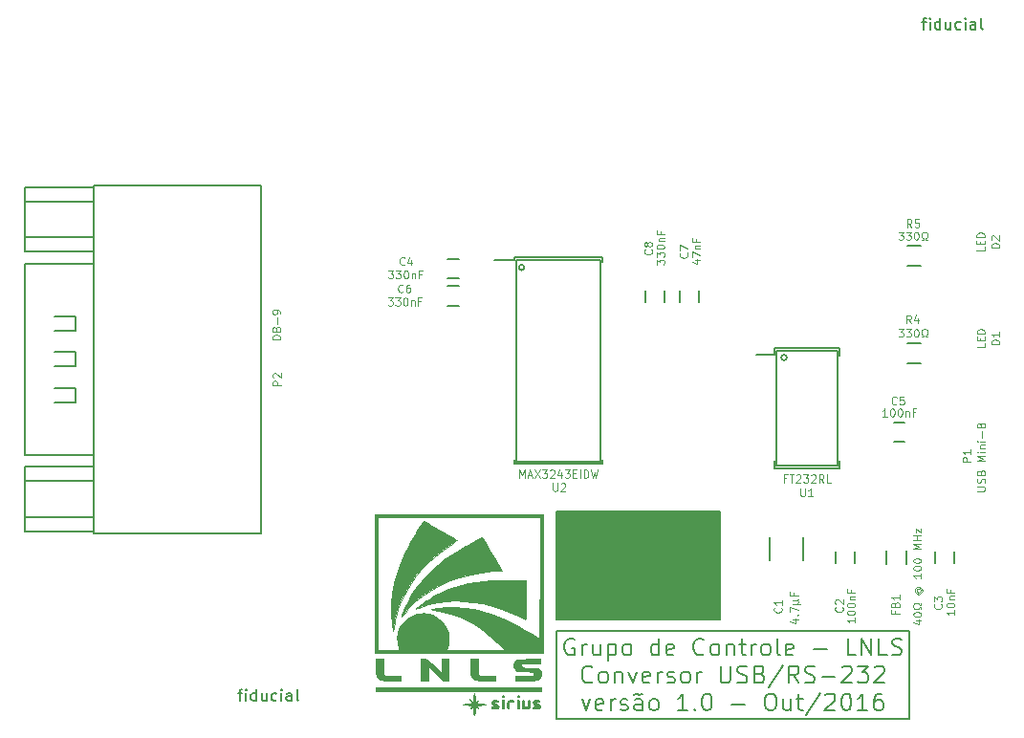
<source format=gbr>
G04 #@! TF.FileFunction,Legend,Top*
%FSLAX46Y46*%
G04 Gerber Fmt 4.6, Leading zero omitted, Abs format (unit mm)*
G04 Created by KiCad (PCBNEW no-vcs-found-product) date Thu Nov 24 16:10:56 2016*
%MOMM*%
%LPD*%
G01*
G04 APERTURE LIST*
%ADD10C,0.100000*%
%ADD11C,0.200000*%
%ADD12C,0.010000*%
%ADD13C,0.150000*%
%ADD14C,0.254000*%
G04 APERTURE END LIST*
D10*
D11*
X143340000Y-111520000D02*
X143340000Y-121020000D01*
X143340000Y-121020000D02*
X157840000Y-121020000D01*
X157840000Y-121020000D02*
X157840000Y-111520000D01*
X157840000Y-111520000D02*
X143340000Y-111520000D01*
X143380000Y-122090000D02*
X143380000Y-129890000D01*
X143380000Y-129890000D02*
X174580000Y-129890000D01*
X174580000Y-129890000D02*
X174580000Y-122090000D01*
X174580000Y-122090000D02*
X143380000Y-122090000D01*
X144908571Y-122790000D02*
X144765714Y-122718571D01*
X144551428Y-122718571D01*
X144337142Y-122790000D01*
X144194285Y-122932857D01*
X144122857Y-123075714D01*
X144051428Y-123361428D01*
X144051428Y-123575714D01*
X144122857Y-123861428D01*
X144194285Y-124004285D01*
X144337142Y-124147142D01*
X144551428Y-124218571D01*
X144694285Y-124218571D01*
X144908571Y-124147142D01*
X144979999Y-124075714D01*
X144979999Y-123575714D01*
X144694285Y-123575714D01*
X145622857Y-124218571D02*
X145622857Y-123218571D01*
X145622857Y-123504285D02*
X145694285Y-123361428D01*
X145765714Y-123290000D01*
X145908571Y-123218571D01*
X146051428Y-123218571D01*
X147194285Y-123218571D02*
X147194285Y-124218571D01*
X146551428Y-123218571D02*
X146551428Y-124004285D01*
X146622857Y-124147142D01*
X146765714Y-124218571D01*
X146979999Y-124218571D01*
X147122857Y-124147142D01*
X147194285Y-124075714D01*
X147908571Y-123218571D02*
X147908571Y-124718571D01*
X147908571Y-123290000D02*
X148051428Y-123218571D01*
X148337142Y-123218571D01*
X148479999Y-123290000D01*
X148551428Y-123361428D01*
X148622857Y-123504285D01*
X148622857Y-123932857D01*
X148551428Y-124075714D01*
X148479999Y-124147142D01*
X148337142Y-124218571D01*
X148051428Y-124218571D01*
X147908571Y-124147142D01*
X149479999Y-124218571D02*
X149337142Y-124147142D01*
X149265714Y-124075714D01*
X149194285Y-123932857D01*
X149194285Y-123504285D01*
X149265714Y-123361428D01*
X149337142Y-123290000D01*
X149479999Y-123218571D01*
X149694285Y-123218571D01*
X149837142Y-123290000D01*
X149908571Y-123361428D01*
X149979999Y-123504285D01*
X149979999Y-123932857D01*
X149908571Y-124075714D01*
X149837142Y-124147142D01*
X149694285Y-124218571D01*
X149479999Y-124218571D01*
X152408571Y-124218571D02*
X152408571Y-122718571D01*
X152408571Y-124147142D02*
X152265714Y-124218571D01*
X151979999Y-124218571D01*
X151837142Y-124147142D01*
X151765714Y-124075714D01*
X151694285Y-123932857D01*
X151694285Y-123504285D01*
X151765714Y-123361428D01*
X151837142Y-123290000D01*
X151979999Y-123218571D01*
X152265714Y-123218571D01*
X152408571Y-123290000D01*
X153694285Y-124147142D02*
X153551428Y-124218571D01*
X153265714Y-124218571D01*
X153122857Y-124147142D01*
X153051428Y-124004285D01*
X153051428Y-123432857D01*
X153122857Y-123290000D01*
X153265714Y-123218571D01*
X153551428Y-123218571D01*
X153694285Y-123290000D01*
X153765714Y-123432857D01*
X153765714Y-123575714D01*
X153051428Y-123718571D01*
X156408571Y-124075714D02*
X156337142Y-124147142D01*
X156122857Y-124218571D01*
X155979999Y-124218571D01*
X155765714Y-124147142D01*
X155622857Y-124004285D01*
X155551428Y-123861428D01*
X155479999Y-123575714D01*
X155479999Y-123361428D01*
X155551428Y-123075714D01*
X155622857Y-122932857D01*
X155765714Y-122790000D01*
X155979999Y-122718571D01*
X156122857Y-122718571D01*
X156337142Y-122790000D01*
X156408571Y-122861428D01*
X157265714Y-124218571D02*
X157122857Y-124147142D01*
X157051428Y-124075714D01*
X156979999Y-123932857D01*
X156979999Y-123504285D01*
X157051428Y-123361428D01*
X157122857Y-123290000D01*
X157265714Y-123218571D01*
X157479999Y-123218571D01*
X157622857Y-123290000D01*
X157694285Y-123361428D01*
X157765714Y-123504285D01*
X157765714Y-123932857D01*
X157694285Y-124075714D01*
X157622857Y-124147142D01*
X157479999Y-124218571D01*
X157265714Y-124218571D01*
X158408571Y-123218571D02*
X158408571Y-124218571D01*
X158408571Y-123361428D02*
X158479999Y-123290000D01*
X158622857Y-123218571D01*
X158837142Y-123218571D01*
X158979999Y-123290000D01*
X159051428Y-123432857D01*
X159051428Y-124218571D01*
X159551428Y-123218571D02*
X160122857Y-123218571D01*
X159765714Y-122718571D02*
X159765714Y-124004285D01*
X159837142Y-124147142D01*
X159979999Y-124218571D01*
X160122857Y-124218571D01*
X160622857Y-124218571D02*
X160622857Y-123218571D01*
X160622857Y-123504285D02*
X160694285Y-123361428D01*
X160765714Y-123290000D01*
X160908571Y-123218571D01*
X161051428Y-123218571D01*
X161765714Y-124218571D02*
X161622857Y-124147142D01*
X161551428Y-124075714D01*
X161479999Y-123932857D01*
X161479999Y-123504285D01*
X161551428Y-123361428D01*
X161622857Y-123290000D01*
X161765714Y-123218571D01*
X161979999Y-123218571D01*
X162122857Y-123290000D01*
X162194285Y-123361428D01*
X162265714Y-123504285D01*
X162265714Y-123932857D01*
X162194285Y-124075714D01*
X162122857Y-124147142D01*
X161979999Y-124218571D01*
X161765714Y-124218571D01*
X163122857Y-124218571D02*
X162979999Y-124147142D01*
X162908571Y-124004285D01*
X162908571Y-122718571D01*
X164265714Y-124147142D02*
X164122857Y-124218571D01*
X163837142Y-124218571D01*
X163694285Y-124147142D01*
X163622857Y-124004285D01*
X163622857Y-123432857D01*
X163694285Y-123290000D01*
X163837142Y-123218571D01*
X164122857Y-123218571D01*
X164265714Y-123290000D01*
X164337142Y-123432857D01*
X164337142Y-123575714D01*
X163622857Y-123718571D01*
X166122857Y-123647142D02*
X167265714Y-123647142D01*
X169837142Y-124218571D02*
X169122857Y-124218571D01*
X169122857Y-122718571D01*
X170337142Y-124218571D02*
X170337142Y-122718571D01*
X171194285Y-124218571D01*
X171194285Y-122718571D01*
X172622857Y-124218571D02*
X171908571Y-124218571D01*
X171908571Y-122718571D01*
X173051428Y-124147142D02*
X173265714Y-124218571D01*
X173622857Y-124218571D01*
X173765714Y-124147142D01*
X173837142Y-124075714D01*
X173908571Y-123932857D01*
X173908571Y-123790000D01*
X173837142Y-123647142D01*
X173765714Y-123575714D01*
X173622857Y-123504285D01*
X173337142Y-123432857D01*
X173194285Y-123361428D01*
X173122857Y-123290000D01*
X173051428Y-123147142D01*
X173051428Y-123004285D01*
X173122857Y-122861428D01*
X173194285Y-122790000D01*
X173337142Y-122718571D01*
X173694285Y-122718571D01*
X173908571Y-122790000D01*
X146515714Y-126525714D02*
X146444285Y-126597142D01*
X146230000Y-126668571D01*
X146087142Y-126668571D01*
X145872857Y-126597142D01*
X145730000Y-126454285D01*
X145658571Y-126311428D01*
X145587142Y-126025714D01*
X145587142Y-125811428D01*
X145658571Y-125525714D01*
X145730000Y-125382857D01*
X145872857Y-125240000D01*
X146087142Y-125168571D01*
X146230000Y-125168571D01*
X146444285Y-125240000D01*
X146515714Y-125311428D01*
X147372857Y-126668571D02*
X147230000Y-126597142D01*
X147158571Y-126525714D01*
X147087142Y-126382857D01*
X147087142Y-125954285D01*
X147158571Y-125811428D01*
X147230000Y-125740000D01*
X147372857Y-125668571D01*
X147587142Y-125668571D01*
X147730000Y-125740000D01*
X147801428Y-125811428D01*
X147872857Y-125954285D01*
X147872857Y-126382857D01*
X147801428Y-126525714D01*
X147730000Y-126597142D01*
X147587142Y-126668571D01*
X147372857Y-126668571D01*
X148515714Y-125668571D02*
X148515714Y-126668571D01*
X148515714Y-125811428D02*
X148587142Y-125740000D01*
X148730000Y-125668571D01*
X148944285Y-125668571D01*
X149087142Y-125740000D01*
X149158571Y-125882857D01*
X149158571Y-126668571D01*
X149730000Y-125668571D02*
X150087142Y-126668571D01*
X150444285Y-125668571D01*
X151587142Y-126597142D02*
X151444285Y-126668571D01*
X151158571Y-126668571D01*
X151015714Y-126597142D01*
X150944285Y-126454285D01*
X150944285Y-125882857D01*
X151015714Y-125740000D01*
X151158571Y-125668571D01*
X151444285Y-125668571D01*
X151587142Y-125740000D01*
X151658571Y-125882857D01*
X151658571Y-126025714D01*
X150944285Y-126168571D01*
X152301428Y-126668571D02*
X152301428Y-125668571D01*
X152301428Y-125954285D02*
X152372857Y-125811428D01*
X152444285Y-125740000D01*
X152587142Y-125668571D01*
X152730000Y-125668571D01*
X153158571Y-126597142D02*
X153301428Y-126668571D01*
X153587142Y-126668571D01*
X153730000Y-126597142D01*
X153801428Y-126454285D01*
X153801428Y-126382857D01*
X153730000Y-126240000D01*
X153587142Y-126168571D01*
X153372857Y-126168571D01*
X153230000Y-126097142D01*
X153158571Y-125954285D01*
X153158571Y-125882857D01*
X153230000Y-125740000D01*
X153372857Y-125668571D01*
X153587142Y-125668571D01*
X153730000Y-125740000D01*
X154658571Y-126668571D02*
X154515714Y-126597142D01*
X154444285Y-126525714D01*
X154372857Y-126382857D01*
X154372857Y-125954285D01*
X154444285Y-125811428D01*
X154515714Y-125740000D01*
X154658571Y-125668571D01*
X154872857Y-125668571D01*
X155015714Y-125740000D01*
X155087142Y-125811428D01*
X155158571Y-125954285D01*
X155158571Y-126382857D01*
X155087142Y-126525714D01*
X155015714Y-126597142D01*
X154872857Y-126668571D01*
X154658571Y-126668571D01*
X155801428Y-126668571D02*
X155801428Y-125668571D01*
X155801428Y-125954285D02*
X155872857Y-125811428D01*
X155944285Y-125740000D01*
X156087142Y-125668571D01*
X156230000Y-125668571D01*
X157872857Y-125168571D02*
X157872857Y-126382857D01*
X157944285Y-126525714D01*
X158015714Y-126597142D01*
X158158571Y-126668571D01*
X158444285Y-126668571D01*
X158587142Y-126597142D01*
X158658571Y-126525714D01*
X158730000Y-126382857D01*
X158730000Y-125168571D01*
X159372857Y-126597142D02*
X159587142Y-126668571D01*
X159944285Y-126668571D01*
X160087142Y-126597142D01*
X160158571Y-126525714D01*
X160230000Y-126382857D01*
X160230000Y-126240000D01*
X160158571Y-126097142D01*
X160087142Y-126025714D01*
X159944285Y-125954285D01*
X159658571Y-125882857D01*
X159515714Y-125811428D01*
X159444285Y-125740000D01*
X159372857Y-125597142D01*
X159372857Y-125454285D01*
X159444285Y-125311428D01*
X159515714Y-125240000D01*
X159658571Y-125168571D01*
X160015714Y-125168571D01*
X160230000Y-125240000D01*
X161372857Y-125882857D02*
X161587142Y-125954285D01*
X161658571Y-126025714D01*
X161730000Y-126168571D01*
X161730000Y-126382857D01*
X161658571Y-126525714D01*
X161587142Y-126597142D01*
X161444285Y-126668571D01*
X160872857Y-126668571D01*
X160872857Y-125168571D01*
X161372857Y-125168571D01*
X161515714Y-125240000D01*
X161587142Y-125311428D01*
X161658571Y-125454285D01*
X161658571Y-125597142D01*
X161587142Y-125740000D01*
X161515714Y-125811428D01*
X161372857Y-125882857D01*
X160872857Y-125882857D01*
X163444285Y-125097142D02*
X162158571Y-127025714D01*
X164801428Y-126668571D02*
X164301428Y-125954285D01*
X163944285Y-126668571D02*
X163944285Y-125168571D01*
X164515714Y-125168571D01*
X164658571Y-125240000D01*
X164730000Y-125311428D01*
X164801428Y-125454285D01*
X164801428Y-125668571D01*
X164730000Y-125811428D01*
X164658571Y-125882857D01*
X164515714Y-125954285D01*
X163944285Y-125954285D01*
X165372857Y-126597142D02*
X165587142Y-126668571D01*
X165944285Y-126668571D01*
X166087142Y-126597142D01*
X166158571Y-126525714D01*
X166230000Y-126382857D01*
X166230000Y-126240000D01*
X166158571Y-126097142D01*
X166087142Y-126025714D01*
X165944285Y-125954285D01*
X165658571Y-125882857D01*
X165515714Y-125811428D01*
X165444285Y-125740000D01*
X165372857Y-125597142D01*
X165372857Y-125454285D01*
X165444285Y-125311428D01*
X165515714Y-125240000D01*
X165658571Y-125168571D01*
X166015714Y-125168571D01*
X166230000Y-125240000D01*
X166872857Y-126097142D02*
X168015714Y-126097142D01*
X168658571Y-125311428D02*
X168730000Y-125240000D01*
X168872857Y-125168571D01*
X169230000Y-125168571D01*
X169372857Y-125240000D01*
X169444285Y-125311428D01*
X169515714Y-125454285D01*
X169515714Y-125597142D01*
X169444285Y-125811428D01*
X168587142Y-126668571D01*
X169515714Y-126668571D01*
X170015714Y-125168571D02*
X170944285Y-125168571D01*
X170444285Y-125740000D01*
X170658571Y-125740000D01*
X170801428Y-125811428D01*
X170872857Y-125882857D01*
X170944285Y-126025714D01*
X170944285Y-126382857D01*
X170872857Y-126525714D01*
X170801428Y-126597142D01*
X170658571Y-126668571D01*
X170230000Y-126668571D01*
X170087142Y-126597142D01*
X170015714Y-126525714D01*
X171515714Y-125311428D02*
X171587142Y-125240000D01*
X171730000Y-125168571D01*
X172087142Y-125168571D01*
X172230000Y-125240000D01*
X172301428Y-125311428D01*
X172372857Y-125454285D01*
X172372857Y-125597142D01*
X172301428Y-125811428D01*
X171444285Y-126668571D01*
X172372857Y-126668571D01*
X145587142Y-128118571D02*
X145944285Y-129118571D01*
X146301428Y-128118571D01*
X147444285Y-129047142D02*
X147301428Y-129118571D01*
X147015714Y-129118571D01*
X146872857Y-129047142D01*
X146801428Y-128904285D01*
X146801428Y-128332857D01*
X146872857Y-128190000D01*
X147015714Y-128118571D01*
X147301428Y-128118571D01*
X147444285Y-128190000D01*
X147515714Y-128332857D01*
X147515714Y-128475714D01*
X146801428Y-128618571D01*
X148158571Y-129118571D02*
X148158571Y-128118571D01*
X148158571Y-128404285D02*
X148230000Y-128261428D01*
X148301428Y-128190000D01*
X148444285Y-128118571D01*
X148587142Y-128118571D01*
X149015714Y-129047142D02*
X149158571Y-129118571D01*
X149444285Y-129118571D01*
X149587142Y-129047142D01*
X149658571Y-128904285D01*
X149658571Y-128832857D01*
X149587142Y-128690000D01*
X149444285Y-128618571D01*
X149230000Y-128618571D01*
X149087142Y-128547142D01*
X149015714Y-128404285D01*
X149015714Y-128332857D01*
X149087142Y-128190000D01*
X149230000Y-128118571D01*
X149444285Y-128118571D01*
X149587142Y-128190000D01*
X150944285Y-129118571D02*
X150944285Y-128332857D01*
X150872857Y-128190000D01*
X150730000Y-128118571D01*
X150444285Y-128118571D01*
X150301428Y-128190000D01*
X150944285Y-129047142D02*
X150801428Y-129118571D01*
X150444285Y-129118571D01*
X150301428Y-129047142D01*
X150230000Y-128904285D01*
X150230000Y-128761428D01*
X150301428Y-128618571D01*
X150444285Y-128547142D01*
X150801428Y-128547142D01*
X150944285Y-128475714D01*
X150230000Y-127761428D02*
X150301428Y-127690000D01*
X150444285Y-127618571D01*
X150730000Y-127761428D01*
X150872857Y-127690000D01*
X150944285Y-127618571D01*
X151872857Y-129118571D02*
X151730000Y-129047142D01*
X151658571Y-128975714D01*
X151587142Y-128832857D01*
X151587142Y-128404285D01*
X151658571Y-128261428D01*
X151730000Y-128190000D01*
X151872857Y-128118571D01*
X152087142Y-128118571D01*
X152230000Y-128190000D01*
X152301428Y-128261428D01*
X152372857Y-128404285D01*
X152372857Y-128832857D01*
X152301428Y-128975714D01*
X152230000Y-129047142D01*
X152087142Y-129118571D01*
X151872857Y-129118571D01*
X154944285Y-129118571D02*
X154087142Y-129118571D01*
X154515714Y-129118571D02*
X154515714Y-127618571D01*
X154372857Y-127832857D01*
X154230000Y-127975714D01*
X154087142Y-128047142D01*
X155587142Y-128975714D02*
X155658571Y-129047142D01*
X155587142Y-129118571D01*
X155515714Y-129047142D01*
X155587142Y-128975714D01*
X155587142Y-129118571D01*
X156587142Y-127618571D02*
X156730000Y-127618571D01*
X156872857Y-127690000D01*
X156944285Y-127761428D01*
X157015714Y-127904285D01*
X157087142Y-128190000D01*
X157087142Y-128547142D01*
X157015714Y-128832857D01*
X156944285Y-128975714D01*
X156872857Y-129047142D01*
X156730000Y-129118571D01*
X156587142Y-129118571D01*
X156444285Y-129047142D01*
X156372857Y-128975714D01*
X156301428Y-128832857D01*
X156230000Y-128547142D01*
X156230000Y-128190000D01*
X156301428Y-127904285D01*
X156372857Y-127761428D01*
X156444285Y-127690000D01*
X156587142Y-127618571D01*
X158872857Y-128547142D02*
X160015714Y-128547142D01*
X162158571Y-127618571D02*
X162444285Y-127618571D01*
X162587142Y-127690000D01*
X162730000Y-127832857D01*
X162801428Y-128118571D01*
X162801428Y-128618571D01*
X162730000Y-128904285D01*
X162587142Y-129047142D01*
X162444285Y-129118571D01*
X162158571Y-129118571D01*
X162015714Y-129047142D01*
X161872857Y-128904285D01*
X161801428Y-128618571D01*
X161801428Y-128118571D01*
X161872857Y-127832857D01*
X162015714Y-127690000D01*
X162158571Y-127618571D01*
X164087142Y-128118571D02*
X164087142Y-129118571D01*
X163444285Y-128118571D02*
X163444285Y-128904285D01*
X163515714Y-129047142D01*
X163658571Y-129118571D01*
X163872857Y-129118571D01*
X164015714Y-129047142D01*
X164087142Y-128975714D01*
X164587142Y-128118571D02*
X165158571Y-128118571D01*
X164801428Y-127618571D02*
X164801428Y-128904285D01*
X164872857Y-129047142D01*
X165015714Y-129118571D01*
X165158571Y-129118571D01*
X166730000Y-127547142D02*
X165444285Y-129475714D01*
X167158571Y-127761428D02*
X167230000Y-127690000D01*
X167372857Y-127618571D01*
X167730000Y-127618571D01*
X167872857Y-127690000D01*
X167944285Y-127761428D01*
X168015714Y-127904285D01*
X168015714Y-128047142D01*
X167944285Y-128261428D01*
X167087142Y-129118571D01*
X168015714Y-129118571D01*
X168944285Y-127618571D02*
X169087142Y-127618571D01*
X169230000Y-127690000D01*
X169301428Y-127761428D01*
X169372857Y-127904285D01*
X169444285Y-128190000D01*
X169444285Y-128547142D01*
X169372857Y-128832857D01*
X169301428Y-128975714D01*
X169230000Y-129047142D01*
X169087142Y-129118571D01*
X168944285Y-129118571D01*
X168801428Y-129047142D01*
X168730000Y-128975714D01*
X168658571Y-128832857D01*
X168587142Y-128547142D01*
X168587142Y-128190000D01*
X168658571Y-127904285D01*
X168730000Y-127761428D01*
X168801428Y-127690000D01*
X168944285Y-127618571D01*
X170872857Y-129118571D02*
X170015714Y-129118571D01*
X170444285Y-129118571D02*
X170444285Y-127618571D01*
X170301428Y-127832857D01*
X170158571Y-127975714D01*
X170015714Y-128047142D01*
X172158571Y-127618571D02*
X171872857Y-127618571D01*
X171730000Y-127690000D01*
X171658571Y-127761428D01*
X171515714Y-127975714D01*
X171444285Y-128261428D01*
X171444285Y-128832857D01*
X171515714Y-128975714D01*
X171587142Y-129047142D01*
X171730000Y-129118571D01*
X172015714Y-129118571D01*
X172158571Y-129047142D01*
X172230000Y-128975714D01*
X172301428Y-128832857D01*
X172301428Y-128475714D01*
X172230000Y-128332857D01*
X172158571Y-128261428D01*
X172015714Y-128190000D01*
X171730000Y-128190000D01*
X171587142Y-128261428D01*
X171515714Y-128332857D01*
X171444285Y-128475714D01*
D12*
G36*
X136074287Y-127594795D02*
X136079937Y-127615488D01*
X136097860Y-127706207D01*
X136117997Y-127845123D01*
X136136056Y-128002552D01*
X136136423Y-128006257D01*
X136152664Y-128150152D01*
X136169204Y-128263088D01*
X136182737Y-128322875D01*
X136183941Y-128325323D01*
X136221517Y-128323959D01*
X136287803Y-128277841D01*
X136296584Y-128269810D01*
X136377171Y-128211416D01*
X136416132Y-128213280D01*
X136403749Y-128264314D01*
X136351231Y-128332153D01*
X136296563Y-128403599D01*
X136282479Y-128451078D01*
X136284706Y-128454501D01*
X136332047Y-128468456D01*
X136439177Y-128485752D01*
X136587961Y-128503742D01*
X136691912Y-128513968D01*
X136899872Y-128533713D01*
X137033016Y-128549446D01*
X137094486Y-128562652D01*
X137087427Y-128574810D01*
X137014981Y-128587405D01*
X136880292Y-128601917D01*
X136878769Y-128602065D01*
X136705103Y-128619439D01*
X136531010Y-128637764D01*
X136416260Y-128650549D01*
X136227289Y-128672564D01*
X136335257Y-128785259D01*
X136402237Y-128871092D01*
X136415054Y-128920823D01*
X136379727Y-128923612D01*
X136302272Y-128868621D01*
X136293481Y-128860505D01*
X136240580Y-128814908D01*
X136204411Y-128802849D01*
X136180076Y-128834153D01*
X136162677Y-128918645D01*
X136147317Y-129066149D01*
X136138473Y-129171455D01*
X136116980Y-129356987D01*
X136089105Y-129472732D01*
X136055891Y-129515825D01*
X136022419Y-129490330D01*
X136007841Y-129434402D01*
X135991498Y-129322141D01*
X135976397Y-129175222D01*
X135973139Y-129135232D01*
X135957231Y-128966215D01*
X135938552Y-128866962D01*
X135912852Y-128829098D01*
X135875880Y-128844248D01*
X135843231Y-128879230D01*
X135786821Y-128928354D01*
X135760292Y-128937846D01*
X135726907Y-128912223D01*
X135738649Y-128850816D01*
X135789358Y-128776812D01*
X135807885Y-128758623D01*
X135889769Y-128684518D01*
X135798115Y-128658769D01*
X135704294Y-128642147D01*
X135572862Y-128629841D01*
X135511077Y-128626873D01*
X135356188Y-128616525D01*
X135202865Y-128597983D01*
X135159385Y-128590515D01*
X135082355Y-128574468D01*
X135058454Y-128563148D01*
X135094742Y-128553081D01*
X135198276Y-128540792D01*
X135276615Y-128532815D01*
X135445889Y-128515185D01*
X135611507Y-128496932D01*
X135720617Y-128484072D01*
X135891081Y-128462818D01*
X135782082Y-128349047D01*
X135715384Y-128263719D01*
X135701127Y-128212892D01*
X135733981Y-128207783D01*
X135808616Y-128259611D01*
X135819724Y-128269810D01*
X135887596Y-128320502D01*
X135929525Y-128327960D01*
X135931672Y-128325323D01*
X135944984Y-128272217D01*
X135961520Y-128165265D01*
X135976441Y-128039076D01*
X135994416Y-127880964D01*
X136013964Y-127732871D01*
X136027210Y-127648307D01*
X136044407Y-127560892D01*
X136057121Y-127544909D01*
X136074287Y-127594795D01*
X136074287Y-127594795D01*
G37*
X136074287Y-127594795D02*
X136079937Y-127615488D01*
X136097860Y-127706207D01*
X136117997Y-127845123D01*
X136136056Y-128002552D01*
X136136423Y-128006257D01*
X136152664Y-128150152D01*
X136169204Y-128263088D01*
X136182737Y-128322875D01*
X136183941Y-128325323D01*
X136221517Y-128323959D01*
X136287803Y-128277841D01*
X136296584Y-128269810D01*
X136377171Y-128211416D01*
X136416132Y-128213280D01*
X136403749Y-128264314D01*
X136351231Y-128332153D01*
X136296563Y-128403599D01*
X136282479Y-128451078D01*
X136284706Y-128454501D01*
X136332047Y-128468456D01*
X136439177Y-128485752D01*
X136587961Y-128503742D01*
X136691912Y-128513968D01*
X136899872Y-128533713D01*
X137033016Y-128549446D01*
X137094486Y-128562652D01*
X137087427Y-128574810D01*
X137014981Y-128587405D01*
X136880292Y-128601917D01*
X136878769Y-128602065D01*
X136705103Y-128619439D01*
X136531010Y-128637764D01*
X136416260Y-128650549D01*
X136227289Y-128672564D01*
X136335257Y-128785259D01*
X136402237Y-128871092D01*
X136415054Y-128920823D01*
X136379727Y-128923612D01*
X136302272Y-128868621D01*
X136293481Y-128860505D01*
X136240580Y-128814908D01*
X136204411Y-128802849D01*
X136180076Y-128834153D01*
X136162677Y-128918645D01*
X136147317Y-129066149D01*
X136138473Y-129171455D01*
X136116980Y-129356987D01*
X136089105Y-129472732D01*
X136055891Y-129515825D01*
X136022419Y-129490330D01*
X136007841Y-129434402D01*
X135991498Y-129322141D01*
X135976397Y-129175222D01*
X135973139Y-129135232D01*
X135957231Y-128966215D01*
X135938552Y-128866962D01*
X135912852Y-128829098D01*
X135875880Y-128844248D01*
X135843231Y-128879230D01*
X135786821Y-128928354D01*
X135760292Y-128937846D01*
X135726907Y-128912223D01*
X135738649Y-128850816D01*
X135789358Y-128776812D01*
X135807885Y-128758623D01*
X135889769Y-128684518D01*
X135798115Y-128658769D01*
X135704294Y-128642147D01*
X135572862Y-128629841D01*
X135511077Y-128626873D01*
X135356188Y-128616525D01*
X135202865Y-128597983D01*
X135159385Y-128590515D01*
X135082355Y-128574468D01*
X135058454Y-128563148D01*
X135094742Y-128553081D01*
X135198276Y-128540792D01*
X135276615Y-128532815D01*
X135445889Y-128515185D01*
X135611507Y-128496932D01*
X135720617Y-128484072D01*
X135891081Y-128462818D01*
X135782082Y-128349047D01*
X135715384Y-128263719D01*
X135701127Y-128212892D01*
X135733981Y-128207783D01*
X135808616Y-128259611D01*
X135819724Y-128269810D01*
X135887596Y-128320502D01*
X135929525Y-128327960D01*
X135931672Y-128325323D01*
X135944984Y-128272217D01*
X135961520Y-128165265D01*
X135976441Y-128039076D01*
X135994416Y-127880964D01*
X136013964Y-127732871D01*
X136027210Y-127648307D01*
X136044407Y-127560892D01*
X136057121Y-127544909D01*
X136074287Y-127594795D01*
G36*
X138037469Y-128197974D02*
X138111775Y-128209448D01*
X138143010Y-128235364D01*
X138148769Y-128273538D01*
X138139826Y-128317936D01*
X138100871Y-128341541D01*
X138013714Y-128350698D01*
X137924077Y-128351905D01*
X137699385Y-128352119D01*
X137963154Y-128510378D01*
X138106533Y-128602537D01*
X138189813Y-128673401D01*
X138224277Y-128733493D01*
X138226923Y-128756349D01*
X138212315Y-128842341D01*
X138160265Y-128897264D01*
X138058436Y-128927025D01*
X137894491Y-128937531D01*
X137847877Y-128937846D01*
X137700445Y-128935901D01*
X137614734Y-128927073D01*
X137574346Y-128906869D01*
X137562884Y-128870797D01*
X137562615Y-128859692D01*
X137570882Y-128816712D01*
X137607387Y-128793039D01*
X137689692Y-128783016D01*
X137806846Y-128781007D01*
X138051077Y-128780477D01*
X137806846Y-128635715D01*
X137674678Y-128552151D01*
X137599366Y-128488032D01*
X137567084Y-128429452D01*
X137562615Y-128390060D01*
X137578143Y-128293587D01*
X137633111Y-128233788D01*
X137740101Y-128203460D01*
X137902585Y-128195384D01*
X138037469Y-128197974D01*
X138037469Y-128197974D01*
G37*
X138037469Y-128197974D02*
X138111775Y-128209448D01*
X138143010Y-128235364D01*
X138148769Y-128273538D01*
X138139826Y-128317936D01*
X138100871Y-128341541D01*
X138013714Y-128350698D01*
X137924077Y-128351905D01*
X137699385Y-128352119D01*
X137963154Y-128510378D01*
X138106533Y-128602537D01*
X138189813Y-128673401D01*
X138224277Y-128733493D01*
X138226923Y-128756349D01*
X138212315Y-128842341D01*
X138160265Y-128897264D01*
X138058436Y-128927025D01*
X137894491Y-128937531D01*
X137847877Y-128937846D01*
X137700445Y-128935901D01*
X137614734Y-128927073D01*
X137574346Y-128906869D01*
X137562884Y-128870797D01*
X137562615Y-128859692D01*
X137570882Y-128816712D01*
X137607387Y-128793039D01*
X137689692Y-128783016D01*
X137806846Y-128781007D01*
X138051077Y-128780477D01*
X137806846Y-128635715D01*
X137674678Y-128552151D01*
X137599366Y-128488032D01*
X137567084Y-128429452D01*
X137562615Y-128390060D01*
X137578143Y-128293587D01*
X137633111Y-128233788D01*
X137740101Y-128203460D01*
X137902585Y-128195384D01*
X138037469Y-128197974D01*
G36*
X138643411Y-128197962D02*
X138671954Y-128215455D01*
X138687635Y-128262504D01*
X138694307Y-128353746D01*
X138695821Y-128503821D01*
X138695846Y-128566615D01*
X138695168Y-128738593D01*
X138690564Y-128847056D01*
X138678183Y-128906644D01*
X138654172Y-128931996D01*
X138614678Y-128937752D01*
X138598154Y-128937846D01*
X138552896Y-128935268D01*
X138524353Y-128917774D01*
X138508672Y-128870726D01*
X138502001Y-128779484D01*
X138500486Y-128629409D01*
X138500461Y-128566615D01*
X138501140Y-128394637D01*
X138505743Y-128286174D01*
X138518124Y-128226586D01*
X138542136Y-128201233D01*
X138581629Y-128195478D01*
X138598154Y-128195384D01*
X138643411Y-128197962D01*
X138643411Y-128197962D01*
G37*
X138643411Y-128197962D02*
X138671954Y-128215455D01*
X138687635Y-128262504D01*
X138694307Y-128353746D01*
X138695821Y-128503821D01*
X138695846Y-128566615D01*
X138695168Y-128738593D01*
X138690564Y-128847056D01*
X138678183Y-128906644D01*
X138654172Y-128931996D01*
X138614678Y-128937752D01*
X138598154Y-128937846D01*
X138552896Y-128935268D01*
X138524353Y-128917774D01*
X138508672Y-128870726D01*
X138502001Y-128779484D01*
X138500486Y-128629409D01*
X138500461Y-128566615D01*
X138501140Y-128394637D01*
X138505743Y-128286174D01*
X138518124Y-128226586D01*
X138542136Y-128201233D01*
X138581629Y-128195478D01*
X138598154Y-128195384D01*
X138643411Y-128197962D01*
G36*
X139444238Y-128197974D02*
X139518545Y-128209448D01*
X139549779Y-128235364D01*
X139555538Y-128273538D01*
X139546210Y-128318703D01*
X139505876Y-128342231D01*
X139416016Y-128350858D01*
X139340615Y-128351692D01*
X139125692Y-128351692D01*
X139125692Y-128644769D01*
X139123846Y-128794615D01*
X139115429Y-128882536D01*
X139096122Y-128924728D01*
X139061607Y-128937386D01*
X139047538Y-128937846D01*
X139009171Y-128931532D01*
X138985907Y-128902288D01*
X138974023Y-128834660D01*
X138969796Y-128713196D01*
X138969385Y-128613507D01*
X138975283Y-128432362D01*
X138991900Y-128303926D01*
X139016277Y-128242276D01*
X139079803Y-128216708D01*
X139196700Y-128199891D01*
X139309354Y-128195384D01*
X139444238Y-128197974D01*
X139444238Y-128197974D01*
G37*
X139444238Y-128197974D02*
X139518545Y-128209448D01*
X139549779Y-128235364D01*
X139555538Y-128273538D01*
X139546210Y-128318703D01*
X139505876Y-128342231D01*
X139416016Y-128350858D01*
X139340615Y-128351692D01*
X139125692Y-128351692D01*
X139125692Y-128644769D01*
X139123846Y-128794615D01*
X139115429Y-128882536D01*
X139096122Y-128924728D01*
X139061607Y-128937386D01*
X139047538Y-128937846D01*
X139009171Y-128931532D01*
X138985907Y-128902288D01*
X138974023Y-128834660D01*
X138969796Y-128713196D01*
X138969385Y-128613507D01*
X138975283Y-128432362D01*
X138991900Y-128303926D01*
X139016277Y-128242276D01*
X139079803Y-128216708D01*
X139196700Y-128199891D01*
X139309354Y-128195384D01*
X139444238Y-128197974D01*
G36*
X139972026Y-128197962D02*
X140000569Y-128215455D01*
X140016251Y-128262504D01*
X140022922Y-128353746D01*
X140024437Y-128503821D01*
X140024461Y-128566615D01*
X140023783Y-128738593D01*
X140019179Y-128847056D01*
X140006798Y-128906644D01*
X139982787Y-128931996D01*
X139943294Y-128937752D01*
X139926769Y-128937846D01*
X139881512Y-128935268D01*
X139852969Y-128917774D01*
X139837288Y-128870726D01*
X139830616Y-128779484D01*
X139829102Y-128629409D01*
X139829077Y-128566615D01*
X139829755Y-128394637D01*
X139834359Y-128286174D01*
X139846740Y-128226586D01*
X139870751Y-128201233D01*
X139910244Y-128195478D01*
X139926769Y-128195384D01*
X139972026Y-128197962D01*
X139972026Y-128197962D01*
G37*
X139972026Y-128197962D02*
X140000569Y-128215455D01*
X140016251Y-128262504D01*
X140022922Y-128353746D01*
X140024437Y-128503821D01*
X140024461Y-128566615D01*
X140023783Y-128738593D01*
X140019179Y-128847056D01*
X140006798Y-128906644D01*
X139982787Y-128931996D01*
X139943294Y-128937752D01*
X139926769Y-128937846D01*
X139881512Y-128935268D01*
X139852969Y-128917774D01*
X139837288Y-128870726D01*
X139830616Y-128779484D01*
X139829102Y-128629409D01*
X139829077Y-128566615D01*
X139829755Y-128394637D01*
X139834359Y-128286174D01*
X139846740Y-128226586D01*
X139870751Y-128201233D01*
X139910244Y-128195478D01*
X139926769Y-128195384D01*
X139972026Y-128197962D01*
G36*
X140922521Y-128201698D02*
X140945785Y-128230942D01*
X140957669Y-128298570D01*
X140961896Y-128420033D01*
X140962308Y-128519723D01*
X140956409Y-128700868D01*
X140939792Y-128829304D01*
X140915415Y-128890953D01*
X140856323Y-128913101D01*
X140746520Y-128928859D01*
X140612108Y-128937308D01*
X140479189Y-128937526D01*
X140373863Y-128928596D01*
X140324051Y-128911794D01*
X140312392Y-128863406D01*
X140303429Y-128756289D01*
X140298523Y-128609856D01*
X140298000Y-128540564D01*
X140299352Y-128375317D01*
X140305676Y-128273202D01*
X140320367Y-128219211D01*
X140346824Y-128198336D01*
X140376154Y-128195384D01*
X140416113Y-128202306D01*
X140439558Y-128233870D01*
X140450810Y-128306271D01*
X140454185Y-128435705D01*
X140454308Y-128488461D01*
X140454308Y-128781538D01*
X140806000Y-128781538D01*
X140806000Y-128488461D01*
X140807846Y-128338614D01*
X140816263Y-128250693D01*
X140835570Y-128208502D01*
X140870086Y-128195844D01*
X140884154Y-128195384D01*
X140922521Y-128201698D01*
X140922521Y-128201698D01*
G37*
X140922521Y-128201698D02*
X140945785Y-128230942D01*
X140957669Y-128298570D01*
X140961896Y-128420033D01*
X140962308Y-128519723D01*
X140956409Y-128700868D01*
X140939792Y-128829304D01*
X140915415Y-128890953D01*
X140856323Y-128913101D01*
X140746520Y-128928859D01*
X140612108Y-128937308D01*
X140479189Y-128937526D01*
X140373863Y-128928596D01*
X140324051Y-128911794D01*
X140312392Y-128863406D01*
X140303429Y-128756289D01*
X140298523Y-128609856D01*
X140298000Y-128540564D01*
X140299352Y-128375317D01*
X140305676Y-128273202D01*
X140320367Y-128219211D01*
X140346824Y-128198336D01*
X140376154Y-128195384D01*
X140416113Y-128202306D01*
X140439558Y-128233870D01*
X140450810Y-128306271D01*
X140454185Y-128435705D01*
X140454308Y-128488461D01*
X140454308Y-128781538D01*
X140806000Y-128781538D01*
X140806000Y-128488461D01*
X140807846Y-128338614D01*
X140816263Y-128250693D01*
X140835570Y-128208502D01*
X140870086Y-128195844D01*
X140884154Y-128195384D01*
X140922521Y-128201698D01*
G36*
X141710700Y-128197974D02*
X141785006Y-128209448D01*
X141816240Y-128235364D01*
X141822000Y-128273538D01*
X141813057Y-128317936D01*
X141774102Y-128341541D01*
X141686945Y-128350698D01*
X141597308Y-128351905D01*
X141372615Y-128352119D01*
X141636385Y-128510378D01*
X141779764Y-128602537D01*
X141863044Y-128673401D01*
X141897508Y-128733493D01*
X141900154Y-128756349D01*
X141885545Y-128842341D01*
X141833495Y-128897264D01*
X141731667Y-128927025D01*
X141567722Y-128937531D01*
X141521108Y-128937846D01*
X141373676Y-128935901D01*
X141287964Y-128927073D01*
X141247576Y-128906869D01*
X141236115Y-128870797D01*
X141235846Y-128859692D01*
X141244112Y-128816712D01*
X141280618Y-128793039D01*
X141362923Y-128783016D01*
X141480077Y-128781007D01*
X141724308Y-128780477D01*
X141480077Y-128635715D01*
X141347909Y-128552151D01*
X141272597Y-128488032D01*
X141240315Y-128429452D01*
X141235846Y-128390060D01*
X141251373Y-128293587D01*
X141306342Y-128233788D01*
X141413332Y-128203460D01*
X141575815Y-128195384D01*
X141710700Y-128197974D01*
X141710700Y-128197974D01*
G37*
X141710700Y-128197974D02*
X141785006Y-128209448D01*
X141816240Y-128235364D01*
X141822000Y-128273538D01*
X141813057Y-128317936D01*
X141774102Y-128341541D01*
X141686945Y-128350698D01*
X141597308Y-128351905D01*
X141372615Y-128352119D01*
X141636385Y-128510378D01*
X141779764Y-128602537D01*
X141863044Y-128673401D01*
X141897508Y-128733493D01*
X141900154Y-128756349D01*
X141885545Y-128842341D01*
X141833495Y-128897264D01*
X141731667Y-128927025D01*
X141567722Y-128937531D01*
X141521108Y-128937846D01*
X141373676Y-128935901D01*
X141287964Y-128927073D01*
X141247576Y-128906869D01*
X141236115Y-128870797D01*
X141235846Y-128859692D01*
X141244112Y-128816712D01*
X141280618Y-128793039D01*
X141362923Y-128783016D01*
X141480077Y-128781007D01*
X141724308Y-128780477D01*
X141480077Y-128635715D01*
X141347909Y-128552151D01*
X141272597Y-128488032D01*
X141240315Y-128429452D01*
X141235846Y-128390060D01*
X141251373Y-128293587D01*
X141306342Y-128233788D01*
X141413332Y-128203460D01*
X141575815Y-128195384D01*
X141710700Y-128197974D01*
G36*
X135686923Y-128136769D02*
X135667385Y-128156307D01*
X135647846Y-128136769D01*
X135667385Y-128117230D01*
X135686923Y-128136769D01*
X135686923Y-128136769D01*
G37*
X135686923Y-128136769D02*
X135667385Y-128156307D01*
X135647846Y-128136769D01*
X135667385Y-128117230D01*
X135686923Y-128136769D01*
G36*
X138674760Y-127783855D02*
X138695846Y-127843692D01*
X138672950Y-127904977D01*
X138598154Y-127921846D01*
X138521547Y-127903529D01*
X138500461Y-127843692D01*
X138523358Y-127782406D01*
X138598154Y-127765538D01*
X138674760Y-127783855D01*
X138674760Y-127783855D01*
G37*
X138674760Y-127783855D02*
X138695846Y-127843692D01*
X138672950Y-127904977D01*
X138598154Y-127921846D01*
X138521547Y-127903529D01*
X138500461Y-127843692D01*
X138523358Y-127782406D01*
X138598154Y-127765538D01*
X138674760Y-127783855D01*
G36*
X140003376Y-127783855D02*
X140024461Y-127843692D01*
X140001565Y-127904977D01*
X139926769Y-127921846D01*
X139850162Y-127903529D01*
X139829077Y-127843692D01*
X139851973Y-127782406D01*
X139926769Y-127765538D01*
X140003376Y-127783855D01*
X140003376Y-127783855D01*
G37*
X140003376Y-127783855D02*
X140024461Y-127843692D01*
X140001565Y-127904977D01*
X139926769Y-127921846D01*
X139850162Y-127903529D01*
X139829077Y-127843692D01*
X139851973Y-127782406D01*
X139926769Y-127765538D01*
X140003376Y-127783855D01*
G36*
X142017385Y-127374769D02*
X127363538Y-127374769D01*
X127363538Y-127062153D01*
X142017385Y-127062153D01*
X142017385Y-127374769D01*
X142017385Y-127374769D01*
G37*
X142017385Y-127374769D02*
X127363538Y-127374769D01*
X127363538Y-127062153D01*
X142017385Y-127062153D01*
X142017385Y-127374769D01*
G36*
X128027846Y-125227314D02*
X128027575Y-125507233D01*
X128033148Y-125718666D01*
X128054144Y-125871193D01*
X128100142Y-125974394D01*
X128180723Y-126037848D01*
X128305465Y-126071135D01*
X128483948Y-126083833D01*
X128725752Y-126085523D01*
X128885762Y-126085230D01*
X129551846Y-126085230D01*
X129551846Y-126436923D01*
X128719972Y-126436923D01*
X128442105Y-126436482D01*
X128230390Y-126434461D01*
X128072830Y-126429811D01*
X127957424Y-126421483D01*
X127872174Y-126408430D01*
X127805081Y-126389602D01*
X127744145Y-126363952D01*
X127713741Y-126349000D01*
X127564519Y-126247041D01*
X127460068Y-126103370D01*
X127451461Y-126086720D01*
X127419227Y-126017245D01*
X127395966Y-125947052D01*
X127380230Y-125862154D01*
X127370574Y-125748570D01*
X127365551Y-125592315D01*
X127363715Y-125379405D01*
X127363538Y-125236796D01*
X127363538Y-124561230D01*
X128027846Y-124561230D01*
X128027846Y-125227314D01*
X128027846Y-125227314D01*
G37*
X128027846Y-125227314D02*
X128027575Y-125507233D01*
X128033148Y-125718666D01*
X128054144Y-125871193D01*
X128100142Y-125974394D01*
X128180723Y-126037848D01*
X128305465Y-126071135D01*
X128483948Y-126083833D01*
X128725752Y-126085523D01*
X128885762Y-126085230D01*
X129551846Y-126085230D01*
X129551846Y-126436923D01*
X128719972Y-126436923D01*
X128442105Y-126436482D01*
X128230390Y-126434461D01*
X128072830Y-126429811D01*
X127957424Y-126421483D01*
X127872174Y-126408430D01*
X127805081Y-126389602D01*
X127744145Y-126363952D01*
X127713741Y-126349000D01*
X127564519Y-126247041D01*
X127460068Y-126103370D01*
X127451461Y-126086720D01*
X127419227Y-126017245D01*
X127395966Y-125947052D01*
X127380230Y-125862154D01*
X127370574Y-125748570D01*
X127365551Y-125592315D01*
X127363715Y-125379405D01*
X127363538Y-125236796D01*
X127363538Y-124561230D01*
X128027846Y-124561230D01*
X128027846Y-125227314D01*
G36*
X133811231Y-126436923D02*
X133245478Y-126436923D01*
X132610047Y-125802367D01*
X131974615Y-125167811D01*
X131974615Y-126436923D01*
X131349385Y-126436923D01*
X131349385Y-124561230D01*
X131613154Y-124562116D01*
X131876923Y-124563003D01*
X133146923Y-125779827D01*
X133146923Y-124561230D01*
X133811231Y-124561230D01*
X133811231Y-126436923D01*
X133811231Y-126436923D01*
G37*
X133811231Y-126436923D02*
X133245478Y-126436923D01*
X132610047Y-125802367D01*
X131974615Y-125167811D01*
X131974615Y-126436923D01*
X131349385Y-126436923D01*
X131349385Y-124561230D01*
X131613154Y-124562116D01*
X131876923Y-124563003D01*
X133146923Y-125779827D01*
X133146923Y-124561230D01*
X133811231Y-124561230D01*
X133811231Y-126436923D01*
G36*
X136390308Y-125227314D02*
X136390667Y-125470149D01*
X136392798Y-125647373D01*
X136398279Y-125771531D01*
X136408689Y-125855167D01*
X136425607Y-125910823D01*
X136450612Y-125951044D01*
X136485284Y-125988374D01*
X136486224Y-125989314D01*
X136523636Y-126024231D01*
X136563646Y-126049444D01*
X136618798Y-126066534D01*
X136701635Y-126077078D01*
X136824702Y-126082656D01*
X137000541Y-126084847D01*
X137241696Y-126085230D01*
X137914308Y-126085230D01*
X137914308Y-126436923D01*
X137082434Y-126436923D01*
X136804566Y-126436482D01*
X136592852Y-126434461D01*
X136435291Y-126429811D01*
X136319886Y-126421483D01*
X136234636Y-126408430D01*
X136167542Y-126389602D01*
X136106607Y-126363952D01*
X136076203Y-126349000D01*
X135926981Y-126247041D01*
X135822529Y-126103370D01*
X135813923Y-126086720D01*
X135781689Y-126017245D01*
X135758427Y-125947052D01*
X135742692Y-125862154D01*
X135733036Y-125748570D01*
X135728013Y-125592315D01*
X135726176Y-125379405D01*
X135726000Y-125236796D01*
X135726000Y-124561230D01*
X136390308Y-124561230D01*
X136390308Y-125227314D01*
X136390308Y-125227314D01*
G37*
X136390308Y-125227314D02*
X136390667Y-125470149D01*
X136392798Y-125647373D01*
X136398279Y-125771531D01*
X136408689Y-125855167D01*
X136425607Y-125910823D01*
X136450612Y-125951044D01*
X136485284Y-125988374D01*
X136486224Y-125989314D01*
X136523636Y-126024231D01*
X136563646Y-126049444D01*
X136618798Y-126066534D01*
X136701635Y-126077078D01*
X136824702Y-126082656D01*
X137000541Y-126084847D01*
X137241696Y-126085230D01*
X137914308Y-126085230D01*
X137914308Y-126436923D01*
X137082434Y-126436923D01*
X136804566Y-126436482D01*
X136592852Y-126434461D01*
X136435291Y-126429811D01*
X136319886Y-126421483D01*
X136234636Y-126408430D01*
X136167542Y-126389602D01*
X136106607Y-126363952D01*
X136076203Y-126349000D01*
X135926981Y-126247041D01*
X135822529Y-126103370D01*
X135813923Y-126086720D01*
X135781689Y-126017245D01*
X135758427Y-125947052D01*
X135742692Y-125862154D01*
X135733036Y-125748570D01*
X135728013Y-125592315D01*
X135726176Y-125379405D01*
X135726000Y-125236796D01*
X135726000Y-124561230D01*
X136390308Y-124561230D01*
X136390308Y-125227314D01*
G36*
X141861077Y-124912923D02*
X140299802Y-124912923D01*
X140237508Y-125007994D01*
X140202442Y-125119362D01*
X140239325Y-125220732D01*
X140342087Y-125297541D01*
X140361535Y-125305562D01*
X140434185Y-125318672D01*
X140568443Y-125329778D01*
X140747770Y-125337986D01*
X140955629Y-125342403D01*
X141052775Y-125342915D01*
X141286338Y-125344018D01*
X141456130Y-125348241D01*
X141576517Y-125357154D01*
X141661864Y-125372329D01*
X141726540Y-125395335D01*
X141775505Y-125421924D01*
X141907880Y-125545042D01*
X141988549Y-125708998D01*
X142013122Y-125892428D01*
X141977208Y-126073967D01*
X141928682Y-126167375D01*
X141871585Y-126246431D01*
X141811662Y-126308354D01*
X141738969Y-126355224D01*
X141643561Y-126389121D01*
X141515493Y-126412122D01*
X141344823Y-126426309D01*
X141121604Y-126433760D01*
X140835893Y-126436555D01*
X140639923Y-126436862D01*
X139711846Y-126436923D01*
X139711846Y-126085230D01*
X140467790Y-126085230D01*
X140731521Y-126084621D01*
X140928186Y-126082150D01*
X141068866Y-126076852D01*
X141164643Y-126067762D01*
X141226599Y-126053915D01*
X141265816Y-126034347D01*
X141288405Y-126013769D01*
X141346508Y-125903833D01*
X141334101Y-125794954D01*
X141266228Y-125716215D01*
X141216730Y-125692108D01*
X141140062Y-125675015D01*
X141024211Y-125663901D01*
X140857161Y-125657728D01*
X140626899Y-125655462D01*
X140560903Y-125655384D01*
X140289027Y-125652982D01*
X140083023Y-125643620D01*
X139930699Y-125624069D01*
X139819862Y-125591097D01*
X139738318Y-125541473D01*
X139673876Y-125471966D01*
X139632110Y-125409256D01*
X139570707Y-125244272D01*
X139559104Y-125055259D01*
X139597466Y-124876776D01*
X139629225Y-124812103D01*
X139678871Y-124739156D01*
X139734941Y-124681815D01*
X139806981Y-124638221D01*
X139904540Y-124606518D01*
X140037166Y-124584850D01*
X140214406Y-124571360D01*
X140445808Y-124564192D01*
X140740921Y-124561488D01*
X140919367Y-124561230D01*
X141861077Y-124561230D01*
X141861077Y-124912923D01*
X141861077Y-124912923D01*
G37*
X141861077Y-124912923D02*
X140299802Y-124912923D01*
X140237508Y-125007994D01*
X140202442Y-125119362D01*
X140239325Y-125220732D01*
X140342087Y-125297541D01*
X140361535Y-125305562D01*
X140434185Y-125318672D01*
X140568443Y-125329778D01*
X140747770Y-125337986D01*
X140955629Y-125342403D01*
X141052775Y-125342915D01*
X141286338Y-125344018D01*
X141456130Y-125348241D01*
X141576517Y-125357154D01*
X141661864Y-125372329D01*
X141726540Y-125395335D01*
X141775505Y-125421924D01*
X141907880Y-125545042D01*
X141988549Y-125708998D01*
X142013122Y-125892428D01*
X141977208Y-126073967D01*
X141928682Y-126167375D01*
X141871585Y-126246431D01*
X141811662Y-126308354D01*
X141738969Y-126355224D01*
X141643561Y-126389121D01*
X141515493Y-126412122D01*
X141344823Y-126426309D01*
X141121604Y-126433760D01*
X140835893Y-126436555D01*
X140639923Y-126436862D01*
X139711846Y-126436923D01*
X139711846Y-126085230D01*
X140467790Y-126085230D01*
X140731521Y-126084621D01*
X140928186Y-126082150D01*
X141068866Y-126076852D01*
X141164643Y-126067762D01*
X141226599Y-126053915D01*
X141265816Y-126034347D01*
X141288405Y-126013769D01*
X141346508Y-125903833D01*
X141334101Y-125794954D01*
X141266228Y-125716215D01*
X141216730Y-125692108D01*
X141140062Y-125675015D01*
X141024211Y-125663901D01*
X140857161Y-125657728D01*
X140626899Y-125655462D01*
X140560903Y-125655384D01*
X140289027Y-125652982D01*
X140083023Y-125643620D01*
X139930699Y-125624069D01*
X139819862Y-125591097D01*
X139738318Y-125541473D01*
X139673876Y-125471966D01*
X139632110Y-125409256D01*
X139570707Y-125244272D01*
X139559104Y-125055259D01*
X139597466Y-124876776D01*
X139629225Y-124812103D01*
X139678871Y-124739156D01*
X139734941Y-124681815D01*
X139806981Y-124638221D01*
X139904540Y-124606518D01*
X140037166Y-124584850D01*
X140214406Y-124571360D01*
X140445808Y-124564192D01*
X140740921Y-124561488D01*
X140919367Y-124561230D01*
X141861077Y-124561230D01*
X141861077Y-124912923D01*
G36*
X142115077Y-124033692D02*
X134699043Y-124043562D01*
X133773127Y-124044703D01*
X132922554Y-124045549D01*
X132144515Y-124046086D01*
X131436201Y-124046298D01*
X130794800Y-124046170D01*
X130217504Y-124045689D01*
X129701504Y-124044839D01*
X129243988Y-124043605D01*
X128842147Y-124041973D01*
X128493173Y-124039928D01*
X128194254Y-124037455D01*
X127942581Y-124034539D01*
X127735345Y-124031166D01*
X127569735Y-124027320D01*
X127442942Y-124022988D01*
X127352157Y-124018154D01*
X127294569Y-124012803D01*
X127267368Y-124006921D01*
X127264392Y-124004485D01*
X127262368Y-123960551D01*
X127260532Y-123842691D01*
X127258889Y-123655130D01*
X127257445Y-123402096D01*
X127256206Y-123087815D01*
X127255178Y-122716513D01*
X127254367Y-122292419D01*
X127253778Y-121819757D01*
X127253418Y-121302756D01*
X127253292Y-120745642D01*
X127253407Y-120152640D01*
X127253767Y-119527979D01*
X127254380Y-118875885D01*
X127255251Y-118200584D01*
X127255810Y-117840000D01*
X127265429Y-111978461D01*
X127519846Y-111978461D01*
X127519846Y-123779692D01*
X128477231Y-123779692D01*
X128741461Y-123779258D01*
X128977754Y-123778039D01*
X129175541Y-123776158D01*
X129324251Y-123773737D01*
X129413317Y-123770900D01*
X129434615Y-123768568D01*
X129422289Y-123729064D01*
X129390126Y-123636961D01*
X129349499Y-123524337D01*
X129285734Y-123280854D01*
X129249409Y-122992609D01*
X129241255Y-122688288D01*
X129262003Y-122396577D01*
X129312384Y-122146163D01*
X129314221Y-122140049D01*
X129470515Y-121752098D01*
X129687180Y-121405841D01*
X129956667Y-121106974D01*
X130271426Y-120861195D01*
X130623908Y-120674200D01*
X131006563Y-120551685D01*
X131411842Y-120499348D01*
X131490589Y-120497808D01*
X131805178Y-120512754D01*
X132081321Y-120564244D01*
X132353257Y-120660103D01*
X132502154Y-120728989D01*
X132865615Y-120949215D01*
X133174293Y-121221101D01*
X133424322Y-121537526D01*
X133611841Y-121891370D01*
X133732984Y-122275511D01*
X133783888Y-122682829D01*
X133766882Y-123059916D01*
X133737279Y-123239882D01*
X133695782Y-123421174D01*
X133653394Y-123558657D01*
X133611317Y-123670969D01*
X133583492Y-123748325D01*
X133576789Y-123769923D01*
X133614794Y-123771585D01*
X133724546Y-123773159D01*
X133899637Y-123774619D01*
X134133659Y-123775942D01*
X134420205Y-123777104D01*
X134752867Y-123778080D01*
X135125237Y-123778847D01*
X135530909Y-123779381D01*
X135963475Y-123779658D01*
X136181783Y-123779692D01*
X138786797Y-123779692D01*
X138301706Y-123287758D01*
X137621478Y-122643027D01*
X136926749Y-122074352D01*
X136215605Y-121580657D01*
X135486132Y-121160864D01*
X134736417Y-120813897D01*
X133964545Y-120538677D01*
X133168603Y-120334128D01*
X132990615Y-120298606D01*
X132772315Y-120256616D01*
X132578437Y-120218159D01*
X132423103Y-120186128D01*
X132320437Y-120163418D01*
X132287231Y-120154526D01*
X132285018Y-120137226D01*
X132352047Y-120115830D01*
X132479587Y-120091575D01*
X132658909Y-120065696D01*
X132881281Y-120039431D01*
X133137974Y-120014016D01*
X133420257Y-119990686D01*
X133470044Y-119987025D01*
X134317564Y-119964111D01*
X135176554Y-120015525D01*
X136039990Y-120139656D01*
X136900850Y-120334898D01*
X137752110Y-120599643D01*
X138586748Y-120932281D01*
X139397740Y-121331206D01*
X139439365Y-121353860D01*
X139610041Y-121448571D01*
X139832508Y-121574084D01*
X140091228Y-121721517D01*
X140370662Y-121881986D01*
X140655274Y-122046609D01*
X140872432Y-122173099D01*
X141118117Y-122316252D01*
X141341571Y-122445584D01*
X141533997Y-122556074D01*
X141686598Y-122642699D01*
X141790576Y-122700438D01*
X141837136Y-122724269D01*
X141838528Y-122724615D01*
X141841220Y-122686282D01*
X141843819Y-122574256D01*
X141846308Y-122393000D01*
X141848669Y-122146974D01*
X141850881Y-121840642D01*
X141852927Y-121478463D01*
X141854788Y-121064899D01*
X141856444Y-120604413D01*
X141857878Y-120101466D01*
X141859071Y-119560519D01*
X141860004Y-118986033D01*
X141860657Y-118382472D01*
X141861014Y-117754295D01*
X141861077Y-117351538D01*
X141861077Y-111978461D01*
X127519846Y-111978461D01*
X127265429Y-111978461D01*
X127265846Y-111724461D01*
X142115077Y-111724461D01*
X142115077Y-124033692D01*
X142115077Y-124033692D01*
G37*
X142115077Y-124033692D02*
X134699043Y-124043562D01*
X133773127Y-124044703D01*
X132922554Y-124045549D01*
X132144515Y-124046086D01*
X131436201Y-124046298D01*
X130794800Y-124046170D01*
X130217504Y-124045689D01*
X129701504Y-124044839D01*
X129243988Y-124043605D01*
X128842147Y-124041973D01*
X128493173Y-124039928D01*
X128194254Y-124037455D01*
X127942581Y-124034539D01*
X127735345Y-124031166D01*
X127569735Y-124027320D01*
X127442942Y-124022988D01*
X127352157Y-124018154D01*
X127294569Y-124012803D01*
X127267368Y-124006921D01*
X127264392Y-124004485D01*
X127262368Y-123960551D01*
X127260532Y-123842691D01*
X127258889Y-123655130D01*
X127257445Y-123402096D01*
X127256206Y-123087815D01*
X127255178Y-122716513D01*
X127254367Y-122292419D01*
X127253778Y-121819757D01*
X127253418Y-121302756D01*
X127253292Y-120745642D01*
X127253407Y-120152640D01*
X127253767Y-119527979D01*
X127254380Y-118875885D01*
X127255251Y-118200584D01*
X127255810Y-117840000D01*
X127265429Y-111978461D01*
X127519846Y-111978461D01*
X127519846Y-123779692D01*
X128477231Y-123779692D01*
X128741461Y-123779258D01*
X128977754Y-123778039D01*
X129175541Y-123776158D01*
X129324251Y-123773737D01*
X129413317Y-123770900D01*
X129434615Y-123768568D01*
X129422289Y-123729064D01*
X129390126Y-123636961D01*
X129349499Y-123524337D01*
X129285734Y-123280854D01*
X129249409Y-122992609D01*
X129241255Y-122688288D01*
X129262003Y-122396577D01*
X129312384Y-122146163D01*
X129314221Y-122140049D01*
X129470515Y-121752098D01*
X129687180Y-121405841D01*
X129956667Y-121106974D01*
X130271426Y-120861195D01*
X130623908Y-120674200D01*
X131006563Y-120551685D01*
X131411842Y-120499348D01*
X131490589Y-120497808D01*
X131805178Y-120512754D01*
X132081321Y-120564244D01*
X132353257Y-120660103D01*
X132502154Y-120728989D01*
X132865615Y-120949215D01*
X133174293Y-121221101D01*
X133424322Y-121537526D01*
X133611841Y-121891370D01*
X133732984Y-122275511D01*
X133783888Y-122682829D01*
X133766882Y-123059916D01*
X133737279Y-123239882D01*
X133695782Y-123421174D01*
X133653394Y-123558657D01*
X133611317Y-123670969D01*
X133583492Y-123748325D01*
X133576789Y-123769923D01*
X133614794Y-123771585D01*
X133724546Y-123773159D01*
X133899637Y-123774619D01*
X134133659Y-123775942D01*
X134420205Y-123777104D01*
X134752867Y-123778080D01*
X135125237Y-123778847D01*
X135530909Y-123779381D01*
X135963475Y-123779658D01*
X136181783Y-123779692D01*
X138786797Y-123779692D01*
X138301706Y-123287758D01*
X137621478Y-122643027D01*
X136926749Y-122074352D01*
X136215605Y-121580657D01*
X135486132Y-121160864D01*
X134736417Y-120813897D01*
X133964545Y-120538677D01*
X133168603Y-120334128D01*
X132990615Y-120298606D01*
X132772315Y-120256616D01*
X132578437Y-120218159D01*
X132423103Y-120186128D01*
X132320437Y-120163418D01*
X132287231Y-120154526D01*
X132285018Y-120137226D01*
X132352047Y-120115830D01*
X132479587Y-120091575D01*
X132658909Y-120065696D01*
X132881281Y-120039431D01*
X133137974Y-120014016D01*
X133420257Y-119990686D01*
X133470044Y-119987025D01*
X134317564Y-119964111D01*
X135176554Y-120015525D01*
X136039990Y-120139656D01*
X136900850Y-120334898D01*
X137752110Y-120599643D01*
X138586748Y-120932281D01*
X139397740Y-121331206D01*
X139439365Y-121353860D01*
X139610041Y-121448571D01*
X139832508Y-121574084D01*
X140091228Y-121721517D01*
X140370662Y-121881986D01*
X140655274Y-122046609D01*
X140872432Y-122173099D01*
X141118117Y-122316252D01*
X141341571Y-122445584D01*
X141533997Y-122556074D01*
X141686598Y-122642699D01*
X141790576Y-122700438D01*
X141837136Y-122724269D01*
X141838528Y-122724615D01*
X141841220Y-122686282D01*
X141843819Y-122574256D01*
X141846308Y-122393000D01*
X141848669Y-122146974D01*
X141850881Y-121840642D01*
X141852927Y-121478463D01*
X141854788Y-121064899D01*
X141856444Y-120604413D01*
X141857878Y-120101466D01*
X141859071Y-119560519D01*
X141860004Y-118986033D01*
X141860657Y-118382472D01*
X141861014Y-117754295D01*
X141861077Y-117351538D01*
X141861077Y-111978461D01*
X127519846Y-111978461D01*
X127265429Y-111978461D01*
X127265846Y-111724461D01*
X142115077Y-111724461D01*
X142115077Y-124033692D01*
G36*
X131680153Y-112366797D02*
X131751733Y-112409002D01*
X131881063Y-112484168D01*
X132058034Y-112586491D01*
X132272535Y-112710164D01*
X132514457Y-112849380D01*
X132773689Y-112998335D01*
X133040122Y-113151221D01*
X133303646Y-113302233D01*
X133554150Y-113445565D01*
X133781525Y-113575409D01*
X133975661Y-113685960D01*
X134094472Y-113753344D01*
X134254897Y-113845922D01*
X134387066Y-113925684D01*
X134477913Y-113984493D01*
X134514371Y-114014208D01*
X134514549Y-114015006D01*
X134484102Y-114044742D01*
X134400771Y-114108973D01*
X134276650Y-114198768D01*
X134123833Y-114305194D01*
X134094538Y-114325204D01*
X133323531Y-114877227D01*
X132625878Y-115434317D01*
X131996779Y-116001616D01*
X131431435Y-116584268D01*
X130925046Y-117187417D01*
X130472812Y-117816204D01*
X130069934Y-118475775D01*
X129866386Y-118856000D01*
X129651126Y-119298850D01*
X129471790Y-119718258D01*
X129320940Y-120136124D01*
X129191139Y-120574347D01*
X129074948Y-121054826D01*
X129004444Y-121393868D01*
X128950140Y-121662454D01*
X128907947Y-121856242D01*
X128877263Y-121977545D01*
X128857487Y-122028677D01*
X128848017Y-122011952D01*
X128847222Y-121998435D01*
X128841327Y-121946675D01*
X128826434Y-121835936D01*
X128805057Y-121684541D01*
X128788705Y-121571846D01*
X128767064Y-121392580D01*
X128745743Y-121160034D01*
X128726670Y-120899065D01*
X128711776Y-120634530D01*
X128706796Y-120516769D01*
X128712475Y-119618929D01*
X128795959Y-118724195D01*
X128956918Y-117833859D01*
X129195024Y-116949216D01*
X129509947Y-116071559D01*
X129901360Y-115202181D01*
X130202765Y-114631171D01*
X130300807Y-114457716D01*
X130429410Y-114232957D01*
X130579353Y-113972859D01*
X130741410Y-113693387D01*
X130906360Y-113410506D01*
X131020006Y-113216627D01*
X131561537Y-112295065D01*
X131680153Y-112366797D01*
X131680153Y-112366797D01*
G37*
X131680153Y-112366797D02*
X131751733Y-112409002D01*
X131881063Y-112484168D01*
X132058034Y-112586491D01*
X132272535Y-112710164D01*
X132514457Y-112849380D01*
X132773689Y-112998335D01*
X133040122Y-113151221D01*
X133303646Y-113302233D01*
X133554150Y-113445565D01*
X133781525Y-113575409D01*
X133975661Y-113685960D01*
X134094472Y-113753344D01*
X134254897Y-113845922D01*
X134387066Y-113925684D01*
X134477913Y-113984493D01*
X134514371Y-114014208D01*
X134514549Y-114015006D01*
X134484102Y-114044742D01*
X134400771Y-114108973D01*
X134276650Y-114198768D01*
X134123833Y-114305194D01*
X134094538Y-114325204D01*
X133323531Y-114877227D01*
X132625878Y-115434317D01*
X131996779Y-116001616D01*
X131431435Y-116584268D01*
X130925046Y-117187417D01*
X130472812Y-117816204D01*
X130069934Y-118475775D01*
X129866386Y-118856000D01*
X129651126Y-119298850D01*
X129471790Y-119718258D01*
X129320940Y-120136124D01*
X129191139Y-120574347D01*
X129074948Y-121054826D01*
X129004444Y-121393868D01*
X128950140Y-121662454D01*
X128907947Y-121856242D01*
X128877263Y-121977545D01*
X128857487Y-122028677D01*
X128848017Y-122011952D01*
X128847222Y-121998435D01*
X128841327Y-121946675D01*
X128826434Y-121835936D01*
X128805057Y-121684541D01*
X128788705Y-121571846D01*
X128767064Y-121392580D01*
X128745743Y-121160034D01*
X128726670Y-120899065D01*
X128711776Y-120634530D01*
X128706796Y-120516769D01*
X128712475Y-119618929D01*
X128795959Y-118724195D01*
X128956918Y-117833859D01*
X129195024Y-116949216D01*
X129509947Y-116071559D01*
X129901360Y-115202181D01*
X130202765Y-114631171D01*
X130300807Y-114457716D01*
X130429410Y-114232957D01*
X130579353Y-113972859D01*
X130741410Y-113693387D01*
X130906360Y-113410506D01*
X131020006Y-113216627D01*
X131561537Y-112295065D01*
X131680153Y-112366797D01*
G36*
X139214447Y-117581334D02*
X139423065Y-117585786D01*
X140610615Y-117614515D01*
X140610615Y-119329411D01*
X140609970Y-119686879D01*
X140608125Y-120018957D01*
X140605214Y-120317769D01*
X140601373Y-120575439D01*
X140596737Y-120784090D01*
X140591440Y-120935845D01*
X140585617Y-121022827D01*
X140581308Y-121040958D01*
X140536968Y-121023015D01*
X140437489Y-120976540D01*
X140297371Y-120908471D01*
X140131116Y-120825749D01*
X140122154Y-120821240D01*
X139272649Y-120421877D01*
X138444848Y-120091333D01*
X137629088Y-119826841D01*
X136815708Y-119625636D01*
X135995044Y-119484953D01*
X135165981Y-119402580D01*
X134367547Y-119382883D01*
X133584176Y-119430702D01*
X132805285Y-119547586D01*
X132020288Y-119735082D01*
X131288679Y-119969456D01*
X131125248Y-120025373D01*
X130987975Y-120067715D01*
X130894102Y-120091434D01*
X130862900Y-120094094D01*
X130867091Y-120065636D01*
X130929555Y-120002746D01*
X131041617Y-119911313D01*
X131194601Y-119797225D01*
X131379830Y-119666371D01*
X131588629Y-119524640D01*
X131812322Y-119377920D01*
X132042231Y-119232100D01*
X132269683Y-119093070D01*
X132486000Y-118966716D01*
X132682506Y-118858929D01*
X132683502Y-118858405D01*
X133246536Y-118580016D01*
X133807407Y-118339299D01*
X134374431Y-118134685D01*
X134955923Y-117964602D01*
X135560202Y-117827481D01*
X136195582Y-117721751D01*
X136870380Y-117645842D01*
X137592913Y-117598183D01*
X138371497Y-117577204D01*
X139214447Y-117581334D01*
X139214447Y-117581334D01*
G37*
X139214447Y-117581334D02*
X139423065Y-117585786D01*
X140610615Y-117614515D01*
X140610615Y-119329411D01*
X140609970Y-119686879D01*
X140608125Y-120018957D01*
X140605214Y-120317769D01*
X140601373Y-120575439D01*
X140596737Y-120784090D01*
X140591440Y-120935845D01*
X140585617Y-121022827D01*
X140581308Y-121040958D01*
X140536968Y-121023015D01*
X140437489Y-120976540D01*
X140297371Y-120908471D01*
X140131116Y-120825749D01*
X140122154Y-120821240D01*
X139272649Y-120421877D01*
X138444848Y-120091333D01*
X137629088Y-119826841D01*
X136815708Y-119625636D01*
X135995044Y-119484953D01*
X135165981Y-119402580D01*
X134367547Y-119382883D01*
X133584176Y-119430702D01*
X132805285Y-119547586D01*
X132020288Y-119735082D01*
X131288679Y-119969456D01*
X131125248Y-120025373D01*
X130987975Y-120067715D01*
X130894102Y-120091434D01*
X130862900Y-120094094D01*
X130867091Y-120065636D01*
X130929555Y-120002746D01*
X131041617Y-119911313D01*
X131194601Y-119797225D01*
X131379830Y-119666371D01*
X131588629Y-119524640D01*
X131812322Y-119377920D01*
X132042231Y-119232100D01*
X132269683Y-119093070D01*
X132486000Y-118966716D01*
X132682506Y-118858929D01*
X132683502Y-118858405D01*
X133246536Y-118580016D01*
X133807407Y-118339299D01*
X134374431Y-118134685D01*
X134955923Y-117964602D01*
X135560202Y-117827481D01*
X136195582Y-117721751D01*
X136870380Y-117645842D01*
X137592913Y-117598183D01*
X138371497Y-117577204D01*
X139214447Y-117581334D01*
G36*
X136877159Y-113903641D02*
X136926689Y-113985866D01*
X137005921Y-114120141D01*
X137109903Y-114297877D01*
X137233683Y-114510485D01*
X137372311Y-114749377D01*
X137520833Y-115005962D01*
X137674299Y-115271652D01*
X137827756Y-115537858D01*
X137976254Y-115795991D01*
X138114841Y-116037461D01*
X138238564Y-116253679D01*
X138342472Y-116436057D01*
X138421614Y-116576005D01*
X138471038Y-116664934D01*
X138485995Y-116694319D01*
X138447043Y-116699750D01*
X138342456Y-116710583D01*
X138184479Y-116725651D01*
X137985353Y-116743787D01*
X137757424Y-116763813D01*
X137179228Y-116819748D01*
X136664120Y-116882884D01*
X136197184Y-116955535D01*
X135763506Y-117040014D01*
X135358485Y-117135971D01*
X134474322Y-117395423D01*
X133648974Y-117703571D01*
X132878129Y-118063036D01*
X132157476Y-118476437D01*
X131482705Y-118946395D01*
X130849502Y-119475528D01*
X130253558Y-120066457D01*
X129923222Y-120438615D01*
X129788032Y-120597940D01*
X129695510Y-120706112D01*
X129637592Y-120771427D01*
X129606209Y-120802178D01*
X129593297Y-120806661D01*
X129590789Y-120793170D01*
X129590923Y-120780331D01*
X129606611Y-120721419D01*
X129649499Y-120606350D01*
X129713326Y-120449598D01*
X129791830Y-120265633D01*
X129878747Y-120068927D01*
X129967815Y-119873952D01*
X130052773Y-119695180D01*
X130110806Y-119578923D01*
X130497884Y-118884164D01*
X130918847Y-118245008D01*
X131388014Y-117641391D01*
X131895838Y-117078000D01*
X132211642Y-116758650D01*
X132521897Y-116464998D01*
X132836283Y-116189895D01*
X133164479Y-115926191D01*
X133516165Y-115666737D01*
X133901019Y-115404385D01*
X134328722Y-115131984D01*
X134808952Y-114842386D01*
X135335231Y-114537648D01*
X135555810Y-114412363D01*
X135787545Y-114281517D01*
X136017337Y-114152431D01*
X136232088Y-114032424D01*
X136418696Y-113928814D01*
X136564063Y-113848923D01*
X136655089Y-113800069D01*
X136657297Y-113798925D01*
X136774713Y-113738207D01*
X136877159Y-113903641D01*
X136877159Y-113903641D01*
G37*
X136877159Y-113903641D02*
X136926689Y-113985866D01*
X137005921Y-114120141D01*
X137109903Y-114297877D01*
X137233683Y-114510485D01*
X137372311Y-114749377D01*
X137520833Y-115005962D01*
X137674299Y-115271652D01*
X137827756Y-115537858D01*
X137976254Y-115795991D01*
X138114841Y-116037461D01*
X138238564Y-116253679D01*
X138342472Y-116436057D01*
X138421614Y-116576005D01*
X138471038Y-116664934D01*
X138485995Y-116694319D01*
X138447043Y-116699750D01*
X138342456Y-116710583D01*
X138184479Y-116725651D01*
X137985353Y-116743787D01*
X137757424Y-116763813D01*
X137179228Y-116819748D01*
X136664120Y-116882884D01*
X136197184Y-116955535D01*
X135763506Y-117040014D01*
X135358485Y-117135971D01*
X134474322Y-117395423D01*
X133648974Y-117703571D01*
X132878129Y-118063036D01*
X132157476Y-118476437D01*
X131482705Y-118946395D01*
X130849502Y-119475528D01*
X130253558Y-120066457D01*
X129923222Y-120438615D01*
X129788032Y-120597940D01*
X129695510Y-120706112D01*
X129637592Y-120771427D01*
X129606209Y-120802178D01*
X129593297Y-120806661D01*
X129590789Y-120793170D01*
X129590923Y-120780331D01*
X129606611Y-120721419D01*
X129649499Y-120606350D01*
X129713326Y-120449598D01*
X129791830Y-120265633D01*
X129878747Y-120068927D01*
X129967815Y-119873952D01*
X130052773Y-119695180D01*
X130110806Y-119578923D01*
X130497884Y-118884164D01*
X130918847Y-118245008D01*
X131388014Y-117641391D01*
X131895838Y-117078000D01*
X132211642Y-116758650D01*
X132521897Y-116464998D01*
X132836283Y-116189895D01*
X133164479Y-115926191D01*
X133516165Y-115666737D01*
X133901019Y-115404385D01*
X134328722Y-115131984D01*
X134808952Y-114842386D01*
X135335231Y-114537648D01*
X135555810Y-114412363D01*
X135787545Y-114281517D01*
X136017337Y-114152431D01*
X136232088Y-114032424D01*
X136418696Y-113928814D01*
X136564063Y-113848923D01*
X136655089Y-113800069D01*
X136657297Y-113798925D01*
X136774713Y-113738207D01*
X136877159Y-113903641D01*
D13*
X162225000Y-113810000D02*
X162225000Y-115810000D01*
X165175000Y-115810000D02*
X165175000Y-113810000D01*
X168090000Y-115050000D02*
X168090000Y-116050000D01*
X169790000Y-116050000D02*
X169790000Y-115050000D01*
X178540000Y-116050000D02*
X178540000Y-115050000D01*
X176840000Y-115050000D02*
X176840000Y-116050000D01*
X134720000Y-89140000D02*
X133720000Y-89140000D01*
X133720000Y-90840000D02*
X134720000Y-90840000D01*
X174200000Y-103600000D02*
X173200000Y-103600000D01*
X173200000Y-105300000D02*
X174200000Y-105300000D01*
X155950000Y-92900000D02*
X155950000Y-91900000D01*
X154250000Y-91900000D02*
X154250000Y-92900000D01*
X152920000Y-92900000D02*
X152920000Y-91900000D01*
X151220000Y-91900000D02*
X151220000Y-92900000D01*
X174315000Y-114950000D02*
X174315000Y-116150000D01*
X172565000Y-116150000D02*
X172565000Y-114950000D01*
X96300000Y-111970000D02*
X102400000Y-111970000D01*
X96300000Y-108795000D02*
X102400000Y-108795000D01*
X96300000Y-87205000D02*
X102400000Y-87205000D01*
X96300000Y-84030000D02*
X102400000Y-84030000D01*
X102400000Y-82760000D02*
X96300000Y-82760000D01*
X96300000Y-82760000D02*
X96300000Y-88475000D01*
X96300000Y-88475000D02*
X102400000Y-88475000D01*
X102400000Y-107525000D02*
X96300000Y-107525000D01*
X96300000Y-107525000D02*
X96300000Y-113240000D01*
X96300000Y-113240000D02*
X102400000Y-113240000D01*
X98860000Y-100540000D02*
X100765000Y-100540000D01*
X100765000Y-100540000D02*
X100765000Y-101810000D01*
X100765000Y-101810000D02*
X98860000Y-101810000D01*
X98860000Y-94190000D02*
X100765000Y-94190000D01*
X100765000Y-94190000D02*
X100765000Y-95460000D01*
X100765000Y-95460000D02*
X98860000Y-95460000D01*
X98860000Y-97365000D02*
X100765000Y-97365000D01*
X100765000Y-97365000D02*
X100765000Y-98635000D01*
X100765000Y-98635000D02*
X98860000Y-98635000D01*
X96300000Y-89540000D02*
X96300000Y-106460000D01*
X102400000Y-106460000D02*
X96300000Y-106460000D01*
X102400000Y-89540000D02*
X96300000Y-89540000D01*
X102400000Y-82600000D02*
X102400000Y-113400000D01*
X117180000Y-113400000D02*
X102400000Y-113400000D01*
X117180000Y-82600000D02*
X102400000Y-82600000D01*
X117180000Y-82600000D02*
X117180000Y-113400000D01*
X175600000Y-98325000D02*
X174400000Y-98325000D01*
X174400000Y-96575000D02*
X175600000Y-96575000D01*
X175600000Y-89725000D02*
X174400000Y-89725000D01*
X174400000Y-87975000D02*
X175600000Y-87975000D01*
X163750000Y-97850000D02*
G75*
G03X163750000Y-97850000I-250000J0D01*
G01*
X162800000Y-107450000D02*
X162800000Y-97250000D01*
X168200000Y-107450000D02*
X162800000Y-107450000D01*
X168200000Y-97250000D02*
X168200000Y-107450000D01*
X162800000Y-97250000D02*
X168200000Y-97250000D01*
X162625000Y-97025000D02*
X162625000Y-97600000D01*
X168375000Y-97025000D02*
X168375000Y-97675000D01*
X168375000Y-107675000D02*
X168375000Y-107025000D01*
X162625000Y-107675000D02*
X162625000Y-107025000D01*
X162625000Y-97025000D02*
X168375000Y-97025000D01*
X162625000Y-107675000D02*
X168375000Y-107675000D01*
X162625000Y-97600000D02*
X161025000Y-97600000D01*
X140505000Y-89875000D02*
G75*
G03X140505000Y-89875000I-250000J0D01*
G01*
X139755000Y-89175000D02*
X139755000Y-107075000D01*
X147255000Y-89175000D02*
X139755000Y-89175000D01*
X147255000Y-107075000D02*
X147255000Y-89175000D01*
X139755000Y-107075000D02*
X147255000Y-107075000D01*
X139630000Y-89000000D02*
X139630000Y-89250000D01*
X147380000Y-89000000D02*
X147380000Y-89345000D01*
X147380000Y-107250000D02*
X147380000Y-106905000D01*
X139630000Y-107250000D02*
X139630000Y-106905000D01*
X139630000Y-89000000D02*
X147380000Y-89000000D01*
X139630000Y-107250000D02*
X147380000Y-107250000D01*
X139630000Y-89250000D02*
X137805000Y-89250000D01*
X133720000Y-93240000D02*
X134720000Y-93240000D01*
X134720000Y-91540000D02*
X133720000Y-91540000D01*
D10*
X163230000Y-120006666D02*
X163263333Y-120040000D01*
X163296666Y-120140000D01*
X163296666Y-120206666D01*
X163263333Y-120306666D01*
X163196666Y-120373333D01*
X163130000Y-120406666D01*
X162996666Y-120440000D01*
X162896666Y-120440000D01*
X162763333Y-120406666D01*
X162696666Y-120373333D01*
X162630000Y-120306666D01*
X162596666Y-120206666D01*
X162596666Y-120140000D01*
X162630000Y-120040000D01*
X162663333Y-120006666D01*
X163296666Y-119340000D02*
X163296666Y-119740000D01*
X163296666Y-119540000D02*
X162596666Y-119540000D01*
X162696666Y-119606666D01*
X162763333Y-119673333D01*
X162796666Y-119740000D01*
X164260000Y-121033333D02*
X164726666Y-121033333D01*
X163993333Y-121200000D02*
X164493333Y-121366666D01*
X164493333Y-120933333D01*
X164660000Y-120666666D02*
X164693333Y-120633333D01*
X164726666Y-120666666D01*
X164693333Y-120700000D01*
X164660000Y-120666666D01*
X164726666Y-120666666D01*
X164026666Y-120400000D02*
X164026666Y-119933333D01*
X164726666Y-120233333D01*
X164260000Y-119666666D02*
X164960000Y-119666666D01*
X164626666Y-119333333D02*
X164693333Y-119300000D01*
X164726666Y-119233333D01*
X164626666Y-119666666D02*
X164693333Y-119633333D01*
X164726666Y-119566666D01*
X164726666Y-119433333D01*
X164693333Y-119366666D01*
X164626666Y-119333333D01*
X164260000Y-119333333D01*
X164360000Y-118700000D02*
X164360000Y-118933333D01*
X164726666Y-118933333D02*
X164026666Y-118933333D01*
X164026666Y-118600000D01*
X168650000Y-119946666D02*
X168683333Y-119980000D01*
X168716666Y-120080000D01*
X168716666Y-120146666D01*
X168683333Y-120246666D01*
X168616666Y-120313333D01*
X168550000Y-120346666D01*
X168416666Y-120380000D01*
X168316666Y-120380000D01*
X168183333Y-120346666D01*
X168116666Y-120313333D01*
X168050000Y-120246666D01*
X168016666Y-120146666D01*
X168016666Y-120080000D01*
X168050000Y-119980000D01*
X168083333Y-119946666D01*
X168083333Y-119680000D02*
X168050000Y-119646666D01*
X168016666Y-119580000D01*
X168016666Y-119413333D01*
X168050000Y-119346666D01*
X168083333Y-119313333D01*
X168150000Y-119280000D01*
X168216666Y-119280000D01*
X168316666Y-119313333D01*
X168716666Y-119713333D01*
X168716666Y-119280000D01*
X169766666Y-120913333D02*
X169766666Y-121313333D01*
X169766666Y-121113333D02*
X169066666Y-121113333D01*
X169166666Y-121180000D01*
X169233333Y-121246666D01*
X169266666Y-121313333D01*
X169066666Y-120480000D02*
X169066666Y-120413333D01*
X169100000Y-120346666D01*
X169133333Y-120313333D01*
X169200000Y-120280000D01*
X169333333Y-120246666D01*
X169500000Y-120246666D01*
X169633333Y-120280000D01*
X169700000Y-120313333D01*
X169733333Y-120346666D01*
X169766666Y-120413333D01*
X169766666Y-120480000D01*
X169733333Y-120546666D01*
X169700000Y-120580000D01*
X169633333Y-120613333D01*
X169500000Y-120646666D01*
X169333333Y-120646666D01*
X169200000Y-120613333D01*
X169133333Y-120580000D01*
X169100000Y-120546666D01*
X169066666Y-120480000D01*
X169066666Y-119813333D02*
X169066666Y-119746666D01*
X169100000Y-119680000D01*
X169133333Y-119646666D01*
X169200000Y-119613333D01*
X169333333Y-119580000D01*
X169500000Y-119580000D01*
X169633333Y-119613333D01*
X169700000Y-119646666D01*
X169733333Y-119680000D01*
X169766666Y-119746666D01*
X169766666Y-119813333D01*
X169733333Y-119880000D01*
X169700000Y-119913333D01*
X169633333Y-119946666D01*
X169500000Y-119980000D01*
X169333333Y-119980000D01*
X169200000Y-119946666D01*
X169133333Y-119913333D01*
X169100000Y-119880000D01*
X169066666Y-119813333D01*
X169300000Y-119280000D02*
X169766666Y-119280000D01*
X169366666Y-119280000D02*
X169333333Y-119246666D01*
X169300000Y-119180000D01*
X169300000Y-119080000D01*
X169333333Y-119013333D01*
X169400000Y-118980000D01*
X169766666Y-118980000D01*
X169400000Y-118413333D02*
X169400000Y-118646666D01*
X169766666Y-118646666D02*
X169066666Y-118646666D01*
X169066666Y-118313333D01*
X177390000Y-119686666D02*
X177423333Y-119720000D01*
X177456666Y-119820000D01*
X177456666Y-119886666D01*
X177423333Y-119986666D01*
X177356666Y-120053333D01*
X177290000Y-120086666D01*
X177156666Y-120120000D01*
X177056666Y-120120000D01*
X176923333Y-120086666D01*
X176856666Y-120053333D01*
X176790000Y-119986666D01*
X176756666Y-119886666D01*
X176756666Y-119820000D01*
X176790000Y-119720000D01*
X176823333Y-119686666D01*
X176756666Y-119453333D02*
X176756666Y-119020000D01*
X177023333Y-119253333D01*
X177023333Y-119153333D01*
X177056666Y-119086666D01*
X177090000Y-119053333D01*
X177156666Y-119020000D01*
X177323333Y-119020000D01*
X177390000Y-119053333D01*
X177423333Y-119086666D01*
X177456666Y-119153333D01*
X177456666Y-119353333D01*
X177423333Y-119420000D01*
X177390000Y-119453333D01*
X178566666Y-120240000D02*
X178566666Y-120640000D01*
X178566666Y-120440000D02*
X177866666Y-120440000D01*
X177966666Y-120506666D01*
X178033333Y-120573333D01*
X178066666Y-120640000D01*
X177866666Y-119806666D02*
X177866666Y-119740000D01*
X177900000Y-119673333D01*
X177933333Y-119640000D01*
X178000000Y-119606666D01*
X178133333Y-119573333D01*
X178300000Y-119573333D01*
X178433333Y-119606666D01*
X178500000Y-119640000D01*
X178533333Y-119673333D01*
X178566666Y-119740000D01*
X178566666Y-119806666D01*
X178533333Y-119873333D01*
X178500000Y-119906666D01*
X178433333Y-119940000D01*
X178300000Y-119973333D01*
X178133333Y-119973333D01*
X178000000Y-119940000D01*
X177933333Y-119906666D01*
X177900000Y-119873333D01*
X177866666Y-119806666D01*
X178100000Y-119273333D02*
X178566666Y-119273333D01*
X178166666Y-119273333D02*
X178133333Y-119240000D01*
X178100000Y-119173333D01*
X178100000Y-119073333D01*
X178133333Y-119006666D01*
X178200000Y-118973333D01*
X178566666Y-118973333D01*
X178200000Y-118406666D02*
X178200000Y-118640000D01*
X178566666Y-118640000D02*
X177866666Y-118640000D01*
X177866666Y-118306666D01*
X129893333Y-89600000D02*
X129860000Y-89633333D01*
X129760000Y-89666666D01*
X129693333Y-89666666D01*
X129593333Y-89633333D01*
X129526666Y-89566666D01*
X129493333Y-89500000D01*
X129460000Y-89366666D01*
X129460000Y-89266666D01*
X129493333Y-89133333D01*
X129526666Y-89066666D01*
X129593333Y-89000000D01*
X129693333Y-88966666D01*
X129760000Y-88966666D01*
X129860000Y-89000000D01*
X129893333Y-89033333D01*
X130493333Y-89200000D02*
X130493333Y-89666666D01*
X130326666Y-88933333D02*
X130160000Y-89433333D01*
X130593333Y-89433333D01*
X128453333Y-90146666D02*
X128886666Y-90146666D01*
X128653333Y-90413333D01*
X128753333Y-90413333D01*
X128820000Y-90446666D01*
X128853333Y-90480000D01*
X128886666Y-90546666D01*
X128886666Y-90713333D01*
X128853333Y-90780000D01*
X128820000Y-90813333D01*
X128753333Y-90846666D01*
X128553333Y-90846666D01*
X128486666Y-90813333D01*
X128453333Y-90780000D01*
X129120000Y-90146666D02*
X129553333Y-90146666D01*
X129320000Y-90413333D01*
X129420000Y-90413333D01*
X129486666Y-90446666D01*
X129520000Y-90480000D01*
X129553333Y-90546666D01*
X129553333Y-90713333D01*
X129520000Y-90780000D01*
X129486666Y-90813333D01*
X129420000Y-90846666D01*
X129220000Y-90846666D01*
X129153333Y-90813333D01*
X129120000Y-90780000D01*
X129986666Y-90146666D02*
X130053333Y-90146666D01*
X130120000Y-90180000D01*
X130153333Y-90213333D01*
X130186666Y-90280000D01*
X130220000Y-90413333D01*
X130220000Y-90580000D01*
X130186666Y-90713333D01*
X130153333Y-90780000D01*
X130120000Y-90813333D01*
X130053333Y-90846666D01*
X129986666Y-90846666D01*
X129920000Y-90813333D01*
X129886666Y-90780000D01*
X129853333Y-90713333D01*
X129820000Y-90580000D01*
X129820000Y-90413333D01*
X129853333Y-90280000D01*
X129886666Y-90213333D01*
X129920000Y-90180000D01*
X129986666Y-90146666D01*
X130520000Y-90380000D02*
X130520000Y-90846666D01*
X130520000Y-90446666D02*
X130553333Y-90413333D01*
X130620000Y-90380000D01*
X130720000Y-90380000D01*
X130786666Y-90413333D01*
X130820000Y-90480000D01*
X130820000Y-90846666D01*
X131386666Y-90480000D02*
X131153333Y-90480000D01*
X131153333Y-90846666D02*
X131153333Y-90146666D01*
X131486666Y-90146666D01*
X173463333Y-101950000D02*
X173430000Y-101983333D01*
X173330000Y-102016666D01*
X173263333Y-102016666D01*
X173163333Y-101983333D01*
X173096666Y-101916666D01*
X173063333Y-101850000D01*
X173030000Y-101716666D01*
X173030000Y-101616666D01*
X173063333Y-101483333D01*
X173096666Y-101416666D01*
X173163333Y-101350000D01*
X173263333Y-101316666D01*
X173330000Y-101316666D01*
X173430000Y-101350000D01*
X173463333Y-101383333D01*
X174096666Y-101316666D02*
X173763333Y-101316666D01*
X173730000Y-101650000D01*
X173763333Y-101616666D01*
X173830000Y-101583333D01*
X173996666Y-101583333D01*
X174063333Y-101616666D01*
X174096666Y-101650000D01*
X174130000Y-101716666D01*
X174130000Y-101883333D01*
X174096666Y-101950000D01*
X174063333Y-101983333D01*
X173996666Y-102016666D01*
X173830000Y-102016666D01*
X173763333Y-101983333D01*
X173730000Y-101950000D01*
X172616666Y-103066666D02*
X172216666Y-103066666D01*
X172416666Y-103066666D02*
X172416666Y-102366666D01*
X172350000Y-102466666D01*
X172283333Y-102533333D01*
X172216666Y-102566666D01*
X173050000Y-102366666D02*
X173116666Y-102366666D01*
X173183333Y-102400000D01*
X173216666Y-102433333D01*
X173250000Y-102500000D01*
X173283333Y-102633333D01*
X173283333Y-102800000D01*
X173250000Y-102933333D01*
X173216666Y-103000000D01*
X173183333Y-103033333D01*
X173116666Y-103066666D01*
X173050000Y-103066666D01*
X172983333Y-103033333D01*
X172950000Y-103000000D01*
X172916666Y-102933333D01*
X172883333Y-102800000D01*
X172883333Y-102633333D01*
X172916666Y-102500000D01*
X172950000Y-102433333D01*
X172983333Y-102400000D01*
X173050000Y-102366666D01*
X173716666Y-102366666D02*
X173783333Y-102366666D01*
X173850000Y-102400000D01*
X173883333Y-102433333D01*
X173916666Y-102500000D01*
X173950000Y-102633333D01*
X173950000Y-102800000D01*
X173916666Y-102933333D01*
X173883333Y-103000000D01*
X173850000Y-103033333D01*
X173783333Y-103066666D01*
X173716666Y-103066666D01*
X173650000Y-103033333D01*
X173616666Y-103000000D01*
X173583333Y-102933333D01*
X173550000Y-102800000D01*
X173550000Y-102633333D01*
X173583333Y-102500000D01*
X173616666Y-102433333D01*
X173650000Y-102400000D01*
X173716666Y-102366666D01*
X174250000Y-102600000D02*
X174250000Y-103066666D01*
X174250000Y-102666666D02*
X174283333Y-102633333D01*
X174350000Y-102600000D01*
X174450000Y-102600000D01*
X174516666Y-102633333D01*
X174550000Y-102700000D01*
X174550000Y-103066666D01*
X175116666Y-102700000D02*
X174883333Y-102700000D01*
X174883333Y-103066666D02*
X174883333Y-102366666D01*
X175216666Y-102366666D01*
X154900000Y-88576666D02*
X154933333Y-88610000D01*
X154966666Y-88710000D01*
X154966666Y-88776666D01*
X154933333Y-88876666D01*
X154866666Y-88943333D01*
X154800000Y-88976666D01*
X154666666Y-89010000D01*
X154566666Y-89010000D01*
X154433333Y-88976666D01*
X154366666Y-88943333D01*
X154300000Y-88876666D01*
X154266666Y-88776666D01*
X154266666Y-88710000D01*
X154300000Y-88610000D01*
X154333333Y-88576666D01*
X154266666Y-88343333D02*
X154266666Y-87876666D01*
X154966666Y-88176666D01*
X155590000Y-89246666D02*
X156056666Y-89246666D01*
X155323333Y-89413333D02*
X155823333Y-89580000D01*
X155823333Y-89146666D01*
X155356666Y-88946666D02*
X155356666Y-88480000D01*
X156056666Y-88780000D01*
X155590000Y-88213333D02*
X156056666Y-88213333D01*
X155656666Y-88213333D02*
X155623333Y-88180000D01*
X155590000Y-88113333D01*
X155590000Y-88013333D01*
X155623333Y-87946666D01*
X155690000Y-87913333D01*
X156056666Y-87913333D01*
X155690000Y-87346666D02*
X155690000Y-87580000D01*
X156056666Y-87580000D02*
X155356666Y-87580000D01*
X155356666Y-87246666D01*
X151740000Y-88286666D02*
X151773333Y-88320000D01*
X151806666Y-88420000D01*
X151806666Y-88486666D01*
X151773333Y-88586666D01*
X151706666Y-88653333D01*
X151640000Y-88686666D01*
X151506666Y-88720000D01*
X151406666Y-88720000D01*
X151273333Y-88686666D01*
X151206666Y-88653333D01*
X151140000Y-88586666D01*
X151106666Y-88486666D01*
X151106666Y-88420000D01*
X151140000Y-88320000D01*
X151173333Y-88286666D01*
X151406666Y-87886666D02*
X151373333Y-87953333D01*
X151340000Y-87986666D01*
X151273333Y-88020000D01*
X151240000Y-88020000D01*
X151173333Y-87986666D01*
X151140000Y-87953333D01*
X151106666Y-87886666D01*
X151106666Y-87753333D01*
X151140000Y-87686666D01*
X151173333Y-87653333D01*
X151240000Y-87620000D01*
X151273333Y-87620000D01*
X151340000Y-87653333D01*
X151373333Y-87686666D01*
X151406666Y-87753333D01*
X151406666Y-87886666D01*
X151440000Y-87953333D01*
X151473333Y-87986666D01*
X151540000Y-88020000D01*
X151673333Y-88020000D01*
X151740000Y-87986666D01*
X151773333Y-87953333D01*
X151806666Y-87886666D01*
X151806666Y-87753333D01*
X151773333Y-87686666D01*
X151740000Y-87653333D01*
X151673333Y-87620000D01*
X151540000Y-87620000D01*
X151473333Y-87653333D01*
X151440000Y-87686666D01*
X151406666Y-87753333D01*
X152196666Y-89606666D02*
X152196666Y-89173333D01*
X152463333Y-89406666D01*
X152463333Y-89306666D01*
X152496666Y-89240000D01*
X152530000Y-89206666D01*
X152596666Y-89173333D01*
X152763333Y-89173333D01*
X152830000Y-89206666D01*
X152863333Y-89240000D01*
X152896666Y-89306666D01*
X152896666Y-89506666D01*
X152863333Y-89573333D01*
X152830000Y-89606666D01*
X152196666Y-88940000D02*
X152196666Y-88506666D01*
X152463333Y-88740000D01*
X152463333Y-88640000D01*
X152496666Y-88573333D01*
X152530000Y-88540000D01*
X152596666Y-88506666D01*
X152763333Y-88506666D01*
X152830000Y-88540000D01*
X152863333Y-88573333D01*
X152896666Y-88640000D01*
X152896666Y-88840000D01*
X152863333Y-88906666D01*
X152830000Y-88940000D01*
X152196666Y-88073333D02*
X152196666Y-88006666D01*
X152230000Y-87940000D01*
X152263333Y-87906666D01*
X152330000Y-87873333D01*
X152463333Y-87840000D01*
X152630000Y-87840000D01*
X152763333Y-87873333D01*
X152830000Y-87906666D01*
X152863333Y-87940000D01*
X152896666Y-88006666D01*
X152896666Y-88073333D01*
X152863333Y-88140000D01*
X152830000Y-88173333D01*
X152763333Y-88206666D01*
X152630000Y-88240000D01*
X152463333Y-88240000D01*
X152330000Y-88206666D01*
X152263333Y-88173333D01*
X152230000Y-88140000D01*
X152196666Y-88073333D01*
X152430000Y-87540000D02*
X152896666Y-87540000D01*
X152496666Y-87540000D02*
X152463333Y-87506666D01*
X152430000Y-87440000D01*
X152430000Y-87340000D01*
X152463333Y-87273333D01*
X152530000Y-87240000D01*
X152896666Y-87240000D01*
X152530000Y-86673333D02*
X152530000Y-86906666D01*
X152896666Y-86906666D02*
X152196666Y-86906666D01*
X152196666Y-86573333D01*
X173350000Y-120303333D02*
X173350000Y-120536666D01*
X173716666Y-120536666D02*
X173016666Y-120536666D01*
X173016666Y-120203333D01*
X173350000Y-119703333D02*
X173383333Y-119603333D01*
X173416666Y-119570000D01*
X173483333Y-119536666D01*
X173583333Y-119536666D01*
X173650000Y-119570000D01*
X173683333Y-119603333D01*
X173716666Y-119670000D01*
X173716666Y-119936666D01*
X173016666Y-119936666D01*
X173016666Y-119703333D01*
X173050000Y-119636666D01*
X173083333Y-119603333D01*
X173150000Y-119570000D01*
X173216666Y-119570000D01*
X173283333Y-119603333D01*
X173316666Y-119636666D01*
X173350000Y-119703333D01*
X173350000Y-119936666D01*
X173716666Y-118870000D02*
X173716666Y-119270000D01*
X173716666Y-119070000D02*
X173016666Y-119070000D01*
X173116666Y-119136666D01*
X173183333Y-119203333D01*
X173216666Y-119270000D01*
X175170000Y-121140000D02*
X175636666Y-121140000D01*
X174903333Y-121306666D02*
X175403333Y-121473333D01*
X175403333Y-121040000D01*
X174936666Y-120640000D02*
X174936666Y-120573333D01*
X174970000Y-120506666D01*
X175003333Y-120473333D01*
X175070000Y-120440000D01*
X175203333Y-120406666D01*
X175370000Y-120406666D01*
X175503333Y-120440000D01*
X175570000Y-120473333D01*
X175603333Y-120506666D01*
X175636666Y-120573333D01*
X175636666Y-120640000D01*
X175603333Y-120706666D01*
X175570000Y-120740000D01*
X175503333Y-120773333D01*
X175370000Y-120806666D01*
X175203333Y-120806666D01*
X175070000Y-120773333D01*
X175003333Y-120740000D01*
X174970000Y-120706666D01*
X174936666Y-120640000D01*
X175636666Y-120140000D02*
X175636666Y-119973333D01*
X175503333Y-119973333D01*
X175470000Y-120040000D01*
X175403333Y-120106666D01*
X175303333Y-120140000D01*
X175136666Y-120140000D01*
X175036666Y-120106666D01*
X174970000Y-120040000D01*
X174936666Y-119940000D01*
X174936666Y-119806666D01*
X174970000Y-119706666D01*
X175036666Y-119640000D01*
X175136666Y-119606666D01*
X175303333Y-119606666D01*
X175403333Y-119640000D01*
X175470000Y-119706666D01*
X175503333Y-119773333D01*
X175636666Y-119773333D01*
X175636666Y-119606666D01*
X175303333Y-118340000D02*
X175270000Y-118373333D01*
X175236666Y-118440000D01*
X175236666Y-118506666D01*
X175270000Y-118573333D01*
X175303333Y-118606666D01*
X175370000Y-118640000D01*
X175436666Y-118640000D01*
X175503333Y-118606666D01*
X175536666Y-118573333D01*
X175570000Y-118506666D01*
X175570000Y-118440000D01*
X175536666Y-118373333D01*
X175503333Y-118340000D01*
X175236666Y-118340000D02*
X175503333Y-118340000D01*
X175536666Y-118306666D01*
X175536666Y-118273333D01*
X175503333Y-118206666D01*
X175436666Y-118173333D01*
X175270000Y-118173333D01*
X175170000Y-118240000D01*
X175103333Y-118340000D01*
X175070000Y-118473333D01*
X175103333Y-118606666D01*
X175170000Y-118706666D01*
X175270000Y-118773333D01*
X175403333Y-118806666D01*
X175536666Y-118773333D01*
X175636666Y-118706666D01*
X175703333Y-118606666D01*
X175736666Y-118473333D01*
X175703333Y-118340000D01*
X175636666Y-118240000D01*
X175636666Y-116973333D02*
X175636666Y-117373333D01*
X175636666Y-117173333D02*
X174936666Y-117173333D01*
X175036666Y-117240000D01*
X175103333Y-117306666D01*
X175136666Y-117373333D01*
X174936666Y-116540000D02*
X174936666Y-116473333D01*
X174970000Y-116406666D01*
X175003333Y-116373333D01*
X175070000Y-116340000D01*
X175203333Y-116306666D01*
X175370000Y-116306666D01*
X175503333Y-116340000D01*
X175570000Y-116373333D01*
X175603333Y-116406666D01*
X175636666Y-116473333D01*
X175636666Y-116540000D01*
X175603333Y-116606666D01*
X175570000Y-116640000D01*
X175503333Y-116673333D01*
X175370000Y-116706666D01*
X175203333Y-116706666D01*
X175070000Y-116673333D01*
X175003333Y-116640000D01*
X174970000Y-116606666D01*
X174936666Y-116540000D01*
X174936666Y-115873333D02*
X174936666Y-115806666D01*
X174970000Y-115740000D01*
X175003333Y-115706666D01*
X175070000Y-115673333D01*
X175203333Y-115640000D01*
X175370000Y-115640000D01*
X175503333Y-115673333D01*
X175570000Y-115706666D01*
X175603333Y-115740000D01*
X175636666Y-115806666D01*
X175636666Y-115873333D01*
X175603333Y-115940000D01*
X175570000Y-115973333D01*
X175503333Y-116006666D01*
X175370000Y-116040000D01*
X175203333Y-116040000D01*
X175070000Y-116006666D01*
X175003333Y-115973333D01*
X174970000Y-115940000D01*
X174936666Y-115873333D01*
X175636666Y-114806666D02*
X174936666Y-114806666D01*
X175436666Y-114573333D01*
X174936666Y-114340000D01*
X175636666Y-114340000D01*
X175636666Y-114006666D02*
X174936666Y-114006666D01*
X175270000Y-114006666D02*
X175270000Y-113606666D01*
X175636666Y-113606666D02*
X174936666Y-113606666D01*
X175170000Y-113340000D02*
X175170000Y-112973333D01*
X175636666Y-113340000D01*
X175636666Y-112973333D01*
X180016666Y-107076666D02*
X179316666Y-107076666D01*
X179316666Y-106810000D01*
X179350000Y-106743333D01*
X179383333Y-106710000D01*
X179450000Y-106676666D01*
X179550000Y-106676666D01*
X179616666Y-106710000D01*
X179650000Y-106743333D01*
X179683333Y-106810000D01*
X179683333Y-107076666D01*
X180016666Y-106010000D02*
X180016666Y-106410000D01*
X180016666Y-106210000D02*
X179316666Y-106210000D01*
X179416666Y-106276666D01*
X179483333Y-106343333D01*
X179516666Y-106410000D01*
X180586666Y-109663333D02*
X181153333Y-109663333D01*
X181220000Y-109630000D01*
X181253333Y-109596666D01*
X181286666Y-109530000D01*
X181286666Y-109396666D01*
X181253333Y-109330000D01*
X181220000Y-109296666D01*
X181153333Y-109263333D01*
X180586666Y-109263333D01*
X181253333Y-108963333D02*
X181286666Y-108863333D01*
X181286666Y-108696666D01*
X181253333Y-108630000D01*
X181220000Y-108596666D01*
X181153333Y-108563333D01*
X181086666Y-108563333D01*
X181020000Y-108596666D01*
X180986666Y-108630000D01*
X180953333Y-108696666D01*
X180920000Y-108830000D01*
X180886666Y-108896666D01*
X180853333Y-108930000D01*
X180786666Y-108963333D01*
X180720000Y-108963333D01*
X180653333Y-108930000D01*
X180620000Y-108896666D01*
X180586666Y-108830000D01*
X180586666Y-108663333D01*
X180620000Y-108563333D01*
X180920000Y-108030000D02*
X180953333Y-107930000D01*
X180986666Y-107896666D01*
X181053333Y-107863333D01*
X181153333Y-107863333D01*
X181220000Y-107896666D01*
X181253333Y-107930000D01*
X181286666Y-107996666D01*
X181286666Y-108263333D01*
X180586666Y-108263333D01*
X180586666Y-108030000D01*
X180620000Y-107963333D01*
X180653333Y-107930000D01*
X180720000Y-107896666D01*
X180786666Y-107896666D01*
X180853333Y-107930000D01*
X180886666Y-107963333D01*
X180920000Y-108030000D01*
X180920000Y-108263333D01*
X181286666Y-107030000D02*
X180586666Y-107030000D01*
X181086666Y-106796666D01*
X180586666Y-106563333D01*
X181286666Y-106563333D01*
X181286666Y-106230000D02*
X180820000Y-106230000D01*
X180586666Y-106230000D02*
X180620000Y-106263333D01*
X180653333Y-106230000D01*
X180620000Y-106196666D01*
X180586666Y-106230000D01*
X180653333Y-106230000D01*
X180820000Y-105896666D02*
X181286666Y-105896666D01*
X180886666Y-105896666D02*
X180853333Y-105863333D01*
X180820000Y-105796666D01*
X180820000Y-105696666D01*
X180853333Y-105630000D01*
X180920000Y-105596666D01*
X181286666Y-105596666D01*
X181286666Y-105263333D02*
X180820000Y-105263333D01*
X180586666Y-105263333D02*
X180620000Y-105296666D01*
X180653333Y-105263333D01*
X180620000Y-105230000D01*
X180586666Y-105263333D01*
X180653333Y-105263333D01*
X181020000Y-104930000D02*
X181020000Y-104396666D01*
X180920000Y-103830000D02*
X180953333Y-103730000D01*
X180986666Y-103696666D01*
X181053333Y-103663333D01*
X181153333Y-103663333D01*
X181220000Y-103696666D01*
X181253333Y-103730000D01*
X181286666Y-103796666D01*
X181286666Y-104063333D01*
X180586666Y-104063333D01*
X180586666Y-103830000D01*
X180620000Y-103763333D01*
X180653333Y-103730000D01*
X180720000Y-103696666D01*
X180786666Y-103696666D01*
X180853333Y-103730000D01*
X180886666Y-103763333D01*
X180920000Y-103830000D01*
X180920000Y-104063333D01*
X118926666Y-100296666D02*
X118226666Y-100296666D01*
X118226666Y-100030000D01*
X118260000Y-99963333D01*
X118293333Y-99930000D01*
X118360000Y-99896666D01*
X118460000Y-99896666D01*
X118526666Y-99930000D01*
X118560000Y-99963333D01*
X118593333Y-100030000D01*
X118593333Y-100296666D01*
X118293333Y-99630000D02*
X118260000Y-99596666D01*
X118226666Y-99530000D01*
X118226666Y-99363333D01*
X118260000Y-99296666D01*
X118293333Y-99263333D01*
X118360000Y-99230000D01*
X118426666Y-99230000D01*
X118526666Y-99263333D01*
X118926666Y-99663333D01*
X118926666Y-99230000D01*
X118886666Y-96250000D02*
X118186666Y-96250000D01*
X118186666Y-96083333D01*
X118220000Y-95983333D01*
X118286666Y-95916666D01*
X118353333Y-95883333D01*
X118486666Y-95850000D01*
X118586666Y-95850000D01*
X118720000Y-95883333D01*
X118786666Y-95916666D01*
X118853333Y-95983333D01*
X118886666Y-96083333D01*
X118886666Y-96250000D01*
X118520000Y-95316666D02*
X118553333Y-95216666D01*
X118586666Y-95183333D01*
X118653333Y-95150000D01*
X118753333Y-95150000D01*
X118820000Y-95183333D01*
X118853333Y-95216666D01*
X118886666Y-95283333D01*
X118886666Y-95550000D01*
X118186666Y-95550000D01*
X118186666Y-95316666D01*
X118220000Y-95250000D01*
X118253333Y-95216666D01*
X118320000Y-95183333D01*
X118386666Y-95183333D01*
X118453333Y-95216666D01*
X118486666Y-95250000D01*
X118520000Y-95316666D01*
X118520000Y-95550000D01*
X118620000Y-94850000D02*
X118620000Y-94316666D01*
X118886666Y-93950000D02*
X118886666Y-93816666D01*
X118853333Y-93750000D01*
X118820000Y-93716666D01*
X118720000Y-93650000D01*
X118586666Y-93616666D01*
X118320000Y-93616666D01*
X118253333Y-93650000D01*
X118220000Y-93683333D01*
X118186666Y-93750000D01*
X118186666Y-93883333D01*
X118220000Y-93950000D01*
X118253333Y-93983333D01*
X118320000Y-94016666D01*
X118486666Y-94016666D01*
X118553333Y-93983333D01*
X118586666Y-93950000D01*
X118620000Y-93883333D01*
X118620000Y-93750000D01*
X118586666Y-93683333D01*
X118553333Y-93650000D01*
X118486666Y-93616666D01*
X174753333Y-94806666D02*
X174520000Y-94473333D01*
X174353333Y-94806666D02*
X174353333Y-94106666D01*
X174620000Y-94106666D01*
X174686666Y-94140000D01*
X174720000Y-94173333D01*
X174753333Y-94240000D01*
X174753333Y-94340000D01*
X174720000Y-94406666D01*
X174686666Y-94440000D01*
X174620000Y-94473333D01*
X174353333Y-94473333D01*
X175353333Y-94340000D02*
X175353333Y-94806666D01*
X175186666Y-94073333D02*
X175020000Y-94573333D01*
X175453333Y-94573333D01*
X173630000Y-95326666D02*
X174063333Y-95326666D01*
X173830000Y-95593333D01*
X173930000Y-95593333D01*
X173996666Y-95626666D01*
X174030000Y-95660000D01*
X174063333Y-95726666D01*
X174063333Y-95893333D01*
X174030000Y-95960000D01*
X173996666Y-95993333D01*
X173930000Y-96026666D01*
X173730000Y-96026666D01*
X173663333Y-95993333D01*
X173630000Y-95960000D01*
X174296666Y-95326666D02*
X174730000Y-95326666D01*
X174496666Y-95593333D01*
X174596666Y-95593333D01*
X174663333Y-95626666D01*
X174696666Y-95660000D01*
X174730000Y-95726666D01*
X174730000Y-95893333D01*
X174696666Y-95960000D01*
X174663333Y-95993333D01*
X174596666Y-96026666D01*
X174396666Y-96026666D01*
X174330000Y-95993333D01*
X174296666Y-95960000D01*
X175163333Y-95326666D02*
X175230000Y-95326666D01*
X175296666Y-95360000D01*
X175330000Y-95393333D01*
X175363333Y-95460000D01*
X175396666Y-95593333D01*
X175396666Y-95760000D01*
X175363333Y-95893333D01*
X175330000Y-95960000D01*
X175296666Y-95993333D01*
X175230000Y-96026666D01*
X175163333Y-96026666D01*
X175096666Y-95993333D01*
X175063333Y-95960000D01*
X175030000Y-95893333D01*
X174996666Y-95760000D01*
X174996666Y-95593333D01*
X175030000Y-95460000D01*
X175063333Y-95393333D01*
X175096666Y-95360000D01*
X175163333Y-95326666D01*
X175663333Y-96026666D02*
X175830000Y-96026666D01*
X175830000Y-95893333D01*
X175763333Y-95860000D01*
X175696666Y-95793333D01*
X175663333Y-95693333D01*
X175663333Y-95526666D01*
X175696666Y-95426666D01*
X175763333Y-95360000D01*
X175863333Y-95326666D01*
X175996666Y-95326666D01*
X176096666Y-95360000D01*
X176163333Y-95426666D01*
X176196666Y-95526666D01*
X176196666Y-95693333D01*
X176163333Y-95793333D01*
X176096666Y-95860000D01*
X176030000Y-95893333D01*
X176030000Y-96026666D01*
X176196666Y-96026666D01*
X174793333Y-86306666D02*
X174560000Y-85973333D01*
X174393333Y-86306666D02*
X174393333Y-85606666D01*
X174660000Y-85606666D01*
X174726666Y-85640000D01*
X174760000Y-85673333D01*
X174793333Y-85740000D01*
X174793333Y-85840000D01*
X174760000Y-85906666D01*
X174726666Y-85940000D01*
X174660000Y-85973333D01*
X174393333Y-85973333D01*
X175426666Y-85606666D02*
X175093333Y-85606666D01*
X175060000Y-85940000D01*
X175093333Y-85906666D01*
X175160000Y-85873333D01*
X175326666Y-85873333D01*
X175393333Y-85906666D01*
X175426666Y-85940000D01*
X175460000Y-86006666D01*
X175460000Y-86173333D01*
X175426666Y-86240000D01*
X175393333Y-86273333D01*
X175326666Y-86306666D01*
X175160000Y-86306666D01*
X175093333Y-86273333D01*
X175060000Y-86240000D01*
X173630000Y-86726666D02*
X174063333Y-86726666D01*
X173830000Y-86993333D01*
X173930000Y-86993333D01*
X173996666Y-87026666D01*
X174030000Y-87060000D01*
X174063333Y-87126666D01*
X174063333Y-87293333D01*
X174030000Y-87360000D01*
X173996666Y-87393333D01*
X173930000Y-87426666D01*
X173730000Y-87426666D01*
X173663333Y-87393333D01*
X173630000Y-87360000D01*
X174296666Y-86726666D02*
X174730000Y-86726666D01*
X174496666Y-86993333D01*
X174596666Y-86993333D01*
X174663333Y-87026666D01*
X174696666Y-87060000D01*
X174730000Y-87126666D01*
X174730000Y-87293333D01*
X174696666Y-87360000D01*
X174663333Y-87393333D01*
X174596666Y-87426666D01*
X174396666Y-87426666D01*
X174330000Y-87393333D01*
X174296666Y-87360000D01*
X175163333Y-86726666D02*
X175230000Y-86726666D01*
X175296666Y-86760000D01*
X175330000Y-86793333D01*
X175363333Y-86860000D01*
X175396666Y-86993333D01*
X175396666Y-87160000D01*
X175363333Y-87293333D01*
X175330000Y-87360000D01*
X175296666Y-87393333D01*
X175230000Y-87426666D01*
X175163333Y-87426666D01*
X175096666Y-87393333D01*
X175063333Y-87360000D01*
X175030000Y-87293333D01*
X174996666Y-87160000D01*
X174996666Y-86993333D01*
X175030000Y-86860000D01*
X175063333Y-86793333D01*
X175096666Y-86760000D01*
X175163333Y-86726666D01*
X175663333Y-87426666D02*
X175830000Y-87426666D01*
X175830000Y-87293333D01*
X175763333Y-87260000D01*
X175696666Y-87193333D01*
X175663333Y-87093333D01*
X175663333Y-86926666D01*
X175696666Y-86826666D01*
X175763333Y-86760000D01*
X175863333Y-86726666D01*
X175996666Y-86726666D01*
X176096666Y-86760000D01*
X176163333Y-86826666D01*
X176196666Y-86926666D01*
X176196666Y-87093333D01*
X176163333Y-87193333D01*
X176096666Y-87260000D01*
X176030000Y-87293333D01*
X176030000Y-87426666D01*
X176196666Y-87426666D01*
X164946666Y-109446666D02*
X164946666Y-110013333D01*
X164980000Y-110080000D01*
X165013333Y-110113333D01*
X165080000Y-110146666D01*
X165213333Y-110146666D01*
X165280000Y-110113333D01*
X165313333Y-110080000D01*
X165346666Y-110013333D01*
X165346666Y-109446666D01*
X166046666Y-110146666D02*
X165646666Y-110146666D01*
X165846666Y-110146666D02*
X165846666Y-109446666D01*
X165780000Y-109546666D01*
X165713333Y-109613333D01*
X165646666Y-109646666D01*
X163700000Y-108550000D02*
X163466666Y-108550000D01*
X163466666Y-108916666D02*
X163466666Y-108216666D01*
X163800000Y-108216666D01*
X163966666Y-108216666D02*
X164366666Y-108216666D01*
X164166666Y-108916666D02*
X164166666Y-108216666D01*
X164566666Y-108283333D02*
X164600000Y-108250000D01*
X164666666Y-108216666D01*
X164833333Y-108216666D01*
X164900000Y-108250000D01*
X164933333Y-108283333D01*
X164966666Y-108350000D01*
X164966666Y-108416666D01*
X164933333Y-108516666D01*
X164533333Y-108916666D01*
X164966666Y-108916666D01*
X165200000Y-108216666D02*
X165633333Y-108216666D01*
X165400000Y-108483333D01*
X165500000Y-108483333D01*
X165566666Y-108516666D01*
X165600000Y-108550000D01*
X165633333Y-108616666D01*
X165633333Y-108783333D01*
X165600000Y-108850000D01*
X165566666Y-108883333D01*
X165500000Y-108916666D01*
X165300000Y-108916666D01*
X165233333Y-108883333D01*
X165200000Y-108850000D01*
X165900000Y-108283333D02*
X165933333Y-108250000D01*
X166000000Y-108216666D01*
X166166666Y-108216666D01*
X166233333Y-108250000D01*
X166266666Y-108283333D01*
X166300000Y-108350000D01*
X166300000Y-108416666D01*
X166266666Y-108516666D01*
X165866666Y-108916666D01*
X166300000Y-108916666D01*
X167000000Y-108916666D02*
X166766666Y-108583333D01*
X166600000Y-108916666D02*
X166600000Y-108216666D01*
X166866666Y-108216666D01*
X166933333Y-108250000D01*
X166966666Y-108283333D01*
X167000000Y-108350000D01*
X167000000Y-108450000D01*
X166966666Y-108516666D01*
X166933333Y-108550000D01*
X166866666Y-108583333D01*
X166600000Y-108583333D01*
X167633333Y-108916666D02*
X167300000Y-108916666D01*
X167300000Y-108216666D01*
X143026666Y-108966666D02*
X143026666Y-109533333D01*
X143060000Y-109600000D01*
X143093333Y-109633333D01*
X143160000Y-109666666D01*
X143293333Y-109666666D01*
X143360000Y-109633333D01*
X143393333Y-109600000D01*
X143426666Y-109533333D01*
X143426666Y-108966666D01*
X143726666Y-109033333D02*
X143760000Y-109000000D01*
X143826666Y-108966666D01*
X143993333Y-108966666D01*
X144060000Y-109000000D01*
X144093333Y-109033333D01*
X144126666Y-109100000D01*
X144126666Y-109166666D01*
X144093333Y-109266666D01*
X143693333Y-109666666D01*
X144126666Y-109666666D01*
X140071666Y-108491666D02*
X140071666Y-107791666D01*
X140305000Y-108291666D01*
X140538333Y-107791666D01*
X140538333Y-108491666D01*
X140838333Y-108291666D02*
X141171666Y-108291666D01*
X140771666Y-108491666D02*
X141005000Y-107791666D01*
X141238333Y-108491666D01*
X141405000Y-107791666D02*
X141871666Y-108491666D01*
X141871666Y-107791666D02*
X141405000Y-108491666D01*
X142071666Y-107791666D02*
X142505000Y-107791666D01*
X142271666Y-108058333D01*
X142371666Y-108058333D01*
X142438333Y-108091666D01*
X142471666Y-108125000D01*
X142505000Y-108191666D01*
X142505000Y-108358333D01*
X142471666Y-108425000D01*
X142438333Y-108458333D01*
X142371666Y-108491666D01*
X142171666Y-108491666D01*
X142105000Y-108458333D01*
X142071666Y-108425000D01*
X142771666Y-107858333D02*
X142805000Y-107825000D01*
X142871666Y-107791666D01*
X143038333Y-107791666D01*
X143105000Y-107825000D01*
X143138333Y-107858333D01*
X143171666Y-107925000D01*
X143171666Y-107991666D01*
X143138333Y-108091666D01*
X142738333Y-108491666D01*
X143171666Y-108491666D01*
X143771666Y-108025000D02*
X143771666Y-108491666D01*
X143605000Y-107758333D02*
X143438333Y-108258333D01*
X143871666Y-108258333D01*
X144071666Y-107791666D02*
X144505000Y-107791666D01*
X144271666Y-108058333D01*
X144371666Y-108058333D01*
X144438333Y-108091666D01*
X144471666Y-108125000D01*
X144505000Y-108191666D01*
X144505000Y-108358333D01*
X144471666Y-108425000D01*
X144438333Y-108458333D01*
X144371666Y-108491666D01*
X144171666Y-108491666D01*
X144105000Y-108458333D01*
X144071666Y-108425000D01*
X144805000Y-108125000D02*
X145038333Y-108125000D01*
X145138333Y-108491666D02*
X144805000Y-108491666D01*
X144805000Y-107791666D01*
X145138333Y-107791666D01*
X145438333Y-108491666D02*
X145438333Y-107791666D01*
X145771666Y-108491666D02*
X145771666Y-107791666D01*
X145938333Y-107791666D01*
X146038333Y-107825000D01*
X146105000Y-107891666D01*
X146138333Y-107958333D01*
X146171666Y-108091666D01*
X146171666Y-108191666D01*
X146138333Y-108325000D01*
X146105000Y-108391666D01*
X146038333Y-108458333D01*
X145938333Y-108491666D01*
X145771666Y-108491666D01*
X146405000Y-107791666D02*
X146571666Y-108491666D01*
X146705000Y-107991666D01*
X146838333Y-108491666D01*
X147005000Y-107791666D01*
X182536666Y-96656666D02*
X181836666Y-96656666D01*
X181836666Y-96490000D01*
X181870000Y-96390000D01*
X181936666Y-96323333D01*
X182003333Y-96290000D01*
X182136666Y-96256666D01*
X182236666Y-96256666D01*
X182370000Y-96290000D01*
X182436666Y-96323333D01*
X182503333Y-96390000D01*
X182536666Y-96490000D01*
X182536666Y-96656666D01*
X182536666Y-95590000D02*
X182536666Y-95990000D01*
X182536666Y-95790000D02*
X181836666Y-95790000D01*
X181936666Y-95856666D01*
X182003333Y-95923333D01*
X182036666Y-95990000D01*
X181256666Y-96590000D02*
X181256666Y-96923333D01*
X180556666Y-96923333D01*
X180890000Y-96356666D02*
X180890000Y-96123333D01*
X181256666Y-96023333D02*
X181256666Y-96356666D01*
X180556666Y-96356666D01*
X180556666Y-96023333D01*
X181256666Y-95723333D02*
X180556666Y-95723333D01*
X180556666Y-95556666D01*
X180590000Y-95456666D01*
X180656666Y-95390000D01*
X180723333Y-95356666D01*
X180856666Y-95323333D01*
X180956666Y-95323333D01*
X181090000Y-95356666D01*
X181156666Y-95390000D01*
X181223333Y-95456666D01*
X181256666Y-95556666D01*
X181256666Y-95723333D01*
X182536666Y-88116666D02*
X181836666Y-88116666D01*
X181836666Y-87950000D01*
X181870000Y-87850000D01*
X181936666Y-87783333D01*
X182003333Y-87750000D01*
X182136666Y-87716666D01*
X182236666Y-87716666D01*
X182370000Y-87750000D01*
X182436666Y-87783333D01*
X182503333Y-87850000D01*
X182536666Y-87950000D01*
X182536666Y-88116666D01*
X181903333Y-87450000D02*
X181870000Y-87416666D01*
X181836666Y-87350000D01*
X181836666Y-87183333D01*
X181870000Y-87116666D01*
X181903333Y-87083333D01*
X181970000Y-87050000D01*
X182036666Y-87050000D01*
X182136666Y-87083333D01*
X182536666Y-87483333D01*
X182536666Y-87050000D01*
X181246666Y-88050000D02*
X181246666Y-88383333D01*
X180546666Y-88383333D01*
X180880000Y-87816666D02*
X180880000Y-87583333D01*
X181246666Y-87483333D02*
X181246666Y-87816666D01*
X180546666Y-87816666D01*
X180546666Y-87483333D01*
X181246666Y-87183333D02*
X180546666Y-87183333D01*
X180546666Y-87016666D01*
X180580000Y-86916666D01*
X180646666Y-86850000D01*
X180713333Y-86816666D01*
X180846666Y-86783333D01*
X180946666Y-86783333D01*
X181080000Y-86816666D01*
X181146666Y-86850000D01*
X181213333Y-86916666D01*
X181246666Y-87016666D01*
X181246666Y-87183333D01*
D13*
X115135714Y-127565714D02*
X115516666Y-127565714D01*
X115278571Y-128232380D02*
X115278571Y-127375238D01*
X115326190Y-127280000D01*
X115421428Y-127232380D01*
X115516666Y-127232380D01*
X115850000Y-128232380D02*
X115850000Y-127565714D01*
X115850000Y-127232380D02*
X115802380Y-127280000D01*
X115850000Y-127327619D01*
X115897619Y-127280000D01*
X115850000Y-127232380D01*
X115850000Y-127327619D01*
X116754761Y-128232380D02*
X116754761Y-127232380D01*
X116754761Y-128184761D02*
X116659523Y-128232380D01*
X116469047Y-128232380D01*
X116373809Y-128184761D01*
X116326190Y-128137142D01*
X116278571Y-128041904D01*
X116278571Y-127756190D01*
X116326190Y-127660952D01*
X116373809Y-127613333D01*
X116469047Y-127565714D01*
X116659523Y-127565714D01*
X116754761Y-127613333D01*
X117659523Y-127565714D02*
X117659523Y-128232380D01*
X117230952Y-127565714D02*
X117230952Y-128089523D01*
X117278571Y-128184761D01*
X117373809Y-128232380D01*
X117516666Y-128232380D01*
X117611904Y-128184761D01*
X117659523Y-128137142D01*
X118564285Y-128184761D02*
X118469047Y-128232380D01*
X118278571Y-128232380D01*
X118183333Y-128184761D01*
X118135714Y-128137142D01*
X118088095Y-128041904D01*
X118088095Y-127756190D01*
X118135714Y-127660952D01*
X118183333Y-127613333D01*
X118278571Y-127565714D01*
X118469047Y-127565714D01*
X118564285Y-127613333D01*
X118992857Y-128232380D02*
X118992857Y-127565714D01*
X118992857Y-127232380D02*
X118945238Y-127280000D01*
X118992857Y-127327619D01*
X119040476Y-127280000D01*
X118992857Y-127232380D01*
X118992857Y-127327619D01*
X119897619Y-128232380D02*
X119897619Y-127708571D01*
X119850000Y-127613333D01*
X119754761Y-127565714D01*
X119564285Y-127565714D01*
X119469047Y-127613333D01*
X119897619Y-128184761D02*
X119802380Y-128232380D01*
X119564285Y-128232380D01*
X119469047Y-128184761D01*
X119421428Y-128089523D01*
X119421428Y-127994285D01*
X119469047Y-127899047D01*
X119564285Y-127851428D01*
X119802380Y-127851428D01*
X119897619Y-127803809D01*
X120516666Y-128232380D02*
X120421428Y-128184761D01*
X120373809Y-128089523D01*
X120373809Y-127232380D01*
X175695714Y-68105714D02*
X176076666Y-68105714D01*
X175838571Y-68772380D02*
X175838571Y-67915238D01*
X175886190Y-67820000D01*
X175981428Y-67772380D01*
X176076666Y-67772380D01*
X176410000Y-68772380D02*
X176410000Y-68105714D01*
X176410000Y-67772380D02*
X176362380Y-67820000D01*
X176410000Y-67867619D01*
X176457619Y-67820000D01*
X176410000Y-67772380D01*
X176410000Y-67867619D01*
X177314761Y-68772380D02*
X177314761Y-67772380D01*
X177314761Y-68724761D02*
X177219523Y-68772380D01*
X177029047Y-68772380D01*
X176933809Y-68724761D01*
X176886190Y-68677142D01*
X176838571Y-68581904D01*
X176838571Y-68296190D01*
X176886190Y-68200952D01*
X176933809Y-68153333D01*
X177029047Y-68105714D01*
X177219523Y-68105714D01*
X177314761Y-68153333D01*
X178219523Y-68105714D02*
X178219523Y-68772380D01*
X177790952Y-68105714D02*
X177790952Y-68629523D01*
X177838571Y-68724761D01*
X177933809Y-68772380D01*
X178076666Y-68772380D01*
X178171904Y-68724761D01*
X178219523Y-68677142D01*
X179124285Y-68724761D02*
X179029047Y-68772380D01*
X178838571Y-68772380D01*
X178743333Y-68724761D01*
X178695714Y-68677142D01*
X178648095Y-68581904D01*
X178648095Y-68296190D01*
X178695714Y-68200952D01*
X178743333Y-68153333D01*
X178838571Y-68105714D01*
X179029047Y-68105714D01*
X179124285Y-68153333D01*
X179552857Y-68772380D02*
X179552857Y-68105714D01*
X179552857Y-67772380D02*
X179505238Y-67820000D01*
X179552857Y-67867619D01*
X179600476Y-67820000D01*
X179552857Y-67772380D01*
X179552857Y-67867619D01*
X180457619Y-68772380D02*
X180457619Y-68248571D01*
X180410000Y-68153333D01*
X180314761Y-68105714D01*
X180124285Y-68105714D01*
X180029047Y-68153333D01*
X180457619Y-68724761D02*
X180362380Y-68772380D01*
X180124285Y-68772380D01*
X180029047Y-68724761D01*
X179981428Y-68629523D01*
X179981428Y-68534285D01*
X180029047Y-68439047D01*
X180124285Y-68391428D01*
X180362380Y-68391428D01*
X180457619Y-68343809D01*
X181076666Y-68772380D02*
X180981428Y-68724761D01*
X180933809Y-68629523D01*
X180933809Y-67772380D01*
D10*
X129743333Y-92010000D02*
X129710000Y-92043333D01*
X129610000Y-92076666D01*
X129543333Y-92076666D01*
X129443333Y-92043333D01*
X129376666Y-91976666D01*
X129343333Y-91910000D01*
X129310000Y-91776666D01*
X129310000Y-91676666D01*
X129343333Y-91543333D01*
X129376666Y-91476666D01*
X129443333Y-91410000D01*
X129543333Y-91376666D01*
X129610000Y-91376666D01*
X129710000Y-91410000D01*
X129743333Y-91443333D01*
X130343333Y-91376666D02*
X130210000Y-91376666D01*
X130143333Y-91410000D01*
X130110000Y-91443333D01*
X130043333Y-91543333D01*
X130010000Y-91676666D01*
X130010000Y-91943333D01*
X130043333Y-92010000D01*
X130076666Y-92043333D01*
X130143333Y-92076666D01*
X130276666Y-92076666D01*
X130343333Y-92043333D01*
X130376666Y-92010000D01*
X130410000Y-91943333D01*
X130410000Y-91776666D01*
X130376666Y-91710000D01*
X130343333Y-91676666D01*
X130276666Y-91643333D01*
X130143333Y-91643333D01*
X130076666Y-91676666D01*
X130043333Y-91710000D01*
X130010000Y-91776666D01*
X128403333Y-92536666D02*
X128836666Y-92536666D01*
X128603333Y-92803333D01*
X128703333Y-92803333D01*
X128770000Y-92836666D01*
X128803333Y-92870000D01*
X128836666Y-92936666D01*
X128836666Y-93103333D01*
X128803333Y-93170000D01*
X128770000Y-93203333D01*
X128703333Y-93236666D01*
X128503333Y-93236666D01*
X128436666Y-93203333D01*
X128403333Y-93170000D01*
X129070000Y-92536666D02*
X129503333Y-92536666D01*
X129270000Y-92803333D01*
X129370000Y-92803333D01*
X129436666Y-92836666D01*
X129470000Y-92870000D01*
X129503333Y-92936666D01*
X129503333Y-93103333D01*
X129470000Y-93170000D01*
X129436666Y-93203333D01*
X129370000Y-93236666D01*
X129170000Y-93236666D01*
X129103333Y-93203333D01*
X129070000Y-93170000D01*
X129936666Y-92536666D02*
X130003333Y-92536666D01*
X130070000Y-92570000D01*
X130103333Y-92603333D01*
X130136666Y-92670000D01*
X130170000Y-92803333D01*
X130170000Y-92970000D01*
X130136666Y-93103333D01*
X130103333Y-93170000D01*
X130070000Y-93203333D01*
X130003333Y-93236666D01*
X129936666Y-93236666D01*
X129870000Y-93203333D01*
X129836666Y-93170000D01*
X129803333Y-93103333D01*
X129770000Y-92970000D01*
X129770000Y-92803333D01*
X129803333Y-92670000D01*
X129836666Y-92603333D01*
X129870000Y-92570000D01*
X129936666Y-92536666D01*
X130470000Y-92770000D02*
X130470000Y-93236666D01*
X130470000Y-92836666D02*
X130503333Y-92803333D01*
X130570000Y-92770000D01*
X130670000Y-92770000D01*
X130736666Y-92803333D01*
X130770000Y-92870000D01*
X130770000Y-93236666D01*
X131336666Y-92870000D02*
X131103333Y-92870000D01*
X131103333Y-93236666D02*
X131103333Y-92536666D01*
X131436666Y-92536666D01*
D14*
G36*
X157723000Y-120893000D02*
X143467000Y-120893000D01*
X143467000Y-111647000D01*
X157723000Y-111647000D01*
X157723000Y-120893000D01*
X157723000Y-120893000D01*
G37*
X157723000Y-120893000D02*
X143467000Y-120893000D01*
X143467000Y-111647000D01*
X157723000Y-111647000D01*
X157723000Y-120893000D01*
M02*

</source>
